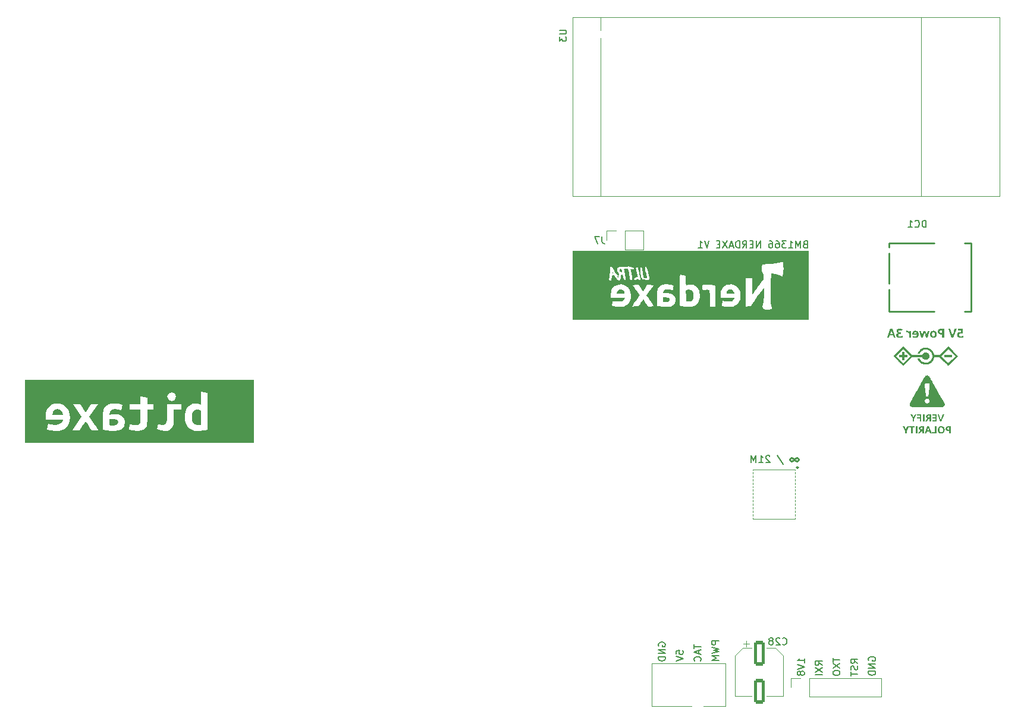
<source format=gbr>
%TF.GenerationSoftware,KiCad,Pcbnew,7.0.1*%
%TF.CreationDate,2023-10-06T09:11:46+02:00*%
%TF.ProjectId,NerdAxe_ultra,4e657264-4178-4655-9f75-6c7472612e6b,rev?*%
%TF.SameCoordinates,Original*%
%TF.FileFunction,Legend,Bot*%
%TF.FilePolarity,Positive*%
%FSLAX46Y46*%
G04 Gerber Fmt 4.6, Leading zero omitted, Abs format (unit mm)*
G04 Created by KiCad (PCBNEW 7.0.1) date 2023-10-06 09:11:46*
%MOMM*%
%LPD*%
G01*
G04 APERTURE LIST*
G04 Aperture macros list*
%AMRoundRect*
0 Rectangle with rounded corners*
0 $1 Rounding radius*
0 $2 $3 $4 $5 $6 $7 $8 $9 X,Y pos of 4 corners*
0 Add a 4 corners polygon primitive as box body*
4,1,4,$2,$3,$4,$5,$6,$7,$8,$9,$2,$3,0*
0 Add four circle primitives for the rounded corners*
1,1,$1+$1,$2,$3*
1,1,$1+$1,$4,$5*
1,1,$1+$1,$6,$7*
1,1,$1+$1,$8,$9*
0 Add four rect primitives between the rounded corners*
20,1,$1+$1,$2,$3,$4,$5,0*
20,1,$1+$1,$4,$5,$6,$7,0*
20,1,$1+$1,$6,$7,$8,$9,0*
20,1,$1+$1,$8,$9,$2,$3,0*%
G04 Aperture macros list end*
%ADD10C,0.150000*%
%ADD11C,0.250000*%
%ADD12C,0.120000*%
%ADD13C,0.050000*%
%ADD14C,0.227485*%
%ADD15C,3.500000*%
%ADD16C,2.200000*%
%ADD17C,0.400000*%
%ADD18C,1.295400*%
%ADD19C,1.574800*%
%ADD20R,1.700000X1.700000*%
%ADD21O,1.700000X1.700000*%
%ADD22C,1.700000*%
%ADD23C,2.500000*%
%ADD24O,3.800000X1.200000*%
%ADD25O,2.500000X1.200000*%
%ADD26C,2.000000*%
%ADD27R,0.792000X0.221000*%
%ADD28R,4.277000X1.810000*%
%ADD29R,4.277000X4.530000*%
%ADD30RoundRect,0.250000X-0.550000X1.500000X-0.550000X-1.500000X0.550000X-1.500000X0.550000X1.500000X0*%
G04 APERTURE END LIST*
D10*
X117510119Y-140152046D02*
X117033928Y-139818713D01*
X117510119Y-139580618D02*
X116510119Y-139580618D01*
X116510119Y-139580618D02*
X116510119Y-139961570D01*
X116510119Y-139961570D02*
X116557738Y-140056808D01*
X116557738Y-140056808D02*
X116605357Y-140104427D01*
X116605357Y-140104427D02*
X116700595Y-140152046D01*
X116700595Y-140152046D02*
X116843452Y-140152046D01*
X116843452Y-140152046D02*
X116938690Y-140104427D01*
X116938690Y-140104427D02*
X116986309Y-140056808D01*
X116986309Y-140056808D02*
X117033928Y-139961570D01*
X117033928Y-139961570D02*
X117033928Y-139580618D01*
X117462500Y-140532999D02*
X117510119Y-140675856D01*
X117510119Y-140675856D02*
X117510119Y-140913951D01*
X117510119Y-140913951D02*
X117462500Y-141009189D01*
X117462500Y-141009189D02*
X117414880Y-141056808D01*
X117414880Y-141056808D02*
X117319642Y-141104427D01*
X117319642Y-141104427D02*
X117224404Y-141104427D01*
X117224404Y-141104427D02*
X117129166Y-141056808D01*
X117129166Y-141056808D02*
X117081547Y-141009189D01*
X117081547Y-141009189D02*
X117033928Y-140913951D01*
X117033928Y-140913951D02*
X116986309Y-140723475D01*
X116986309Y-140723475D02*
X116938690Y-140628237D01*
X116938690Y-140628237D02*
X116891071Y-140580618D01*
X116891071Y-140580618D02*
X116795833Y-140532999D01*
X116795833Y-140532999D02*
X116700595Y-140532999D01*
X116700595Y-140532999D02*
X116605357Y-140580618D01*
X116605357Y-140580618D02*
X116557738Y-140628237D01*
X116557738Y-140628237D02*
X116510119Y-140723475D01*
X116510119Y-140723475D02*
X116510119Y-140961570D01*
X116510119Y-140961570D02*
X116557738Y-141104427D01*
X116510119Y-141390142D02*
X116510119Y-141961570D01*
X117510119Y-141675856D02*
X116510119Y-141675856D01*
X91671619Y-138827523D02*
X91671619Y-138351333D01*
X91671619Y-138351333D02*
X92147809Y-138303714D01*
X92147809Y-138303714D02*
X92100190Y-138351333D01*
X92100190Y-138351333D02*
X92052571Y-138446571D01*
X92052571Y-138446571D02*
X92052571Y-138684666D01*
X92052571Y-138684666D02*
X92100190Y-138779904D01*
X92100190Y-138779904D02*
X92147809Y-138827523D01*
X92147809Y-138827523D02*
X92243047Y-138875142D01*
X92243047Y-138875142D02*
X92481142Y-138875142D01*
X92481142Y-138875142D02*
X92576380Y-138827523D01*
X92576380Y-138827523D02*
X92624000Y-138779904D01*
X92624000Y-138779904D02*
X92671619Y-138684666D01*
X92671619Y-138684666D02*
X92671619Y-138446571D01*
X92671619Y-138446571D02*
X92624000Y-138351333D01*
X92624000Y-138351333D02*
X92576380Y-138303714D01*
X91671619Y-139160857D02*
X92671619Y-139494190D01*
X92671619Y-139494190D02*
X91671619Y-139827523D01*
X109912619Y-140056809D02*
X109912619Y-139485381D01*
X109912619Y-139771095D02*
X108912619Y-139771095D01*
X108912619Y-139771095D02*
X109055476Y-139675857D01*
X109055476Y-139675857D02*
X109150714Y-139580619D01*
X109150714Y-139580619D02*
X109198333Y-139485381D01*
X108912619Y-140342524D02*
X109912619Y-140675857D01*
X109912619Y-140675857D02*
X108912619Y-141009190D01*
X109341190Y-141485381D02*
X109293571Y-141390143D01*
X109293571Y-141390143D02*
X109245952Y-141342524D01*
X109245952Y-141342524D02*
X109150714Y-141294905D01*
X109150714Y-141294905D02*
X109103095Y-141294905D01*
X109103095Y-141294905D02*
X109007857Y-141342524D01*
X109007857Y-141342524D02*
X108960238Y-141390143D01*
X108960238Y-141390143D02*
X108912619Y-141485381D01*
X108912619Y-141485381D02*
X108912619Y-141675857D01*
X108912619Y-141675857D02*
X108960238Y-141771095D01*
X108960238Y-141771095D02*
X109007857Y-141818714D01*
X109007857Y-141818714D02*
X109103095Y-141866333D01*
X109103095Y-141866333D02*
X109150714Y-141866333D01*
X109150714Y-141866333D02*
X109245952Y-141818714D01*
X109245952Y-141818714D02*
X109293571Y-141771095D01*
X109293571Y-141771095D02*
X109341190Y-141675857D01*
X109341190Y-141675857D02*
X109341190Y-141485381D01*
X109341190Y-141485381D02*
X109388809Y-141390143D01*
X109388809Y-141390143D02*
X109436428Y-141342524D01*
X109436428Y-141342524D02*
X109531666Y-141294905D01*
X109531666Y-141294905D02*
X109722142Y-141294905D01*
X109722142Y-141294905D02*
X109817380Y-141342524D01*
X109817380Y-141342524D02*
X109865000Y-141390143D01*
X109865000Y-141390143D02*
X109912619Y-141485381D01*
X109912619Y-141485381D02*
X109912619Y-141675857D01*
X109912619Y-141675857D02*
X109865000Y-141771095D01*
X109865000Y-141771095D02*
X109817380Y-141818714D01*
X109817380Y-141818714D02*
X109722142Y-141866333D01*
X109722142Y-141866333D02*
X109531666Y-141866333D01*
X109531666Y-141866333D02*
X109436428Y-141818714D01*
X109436428Y-141818714D02*
X109388809Y-141771095D01*
X109388809Y-141771095D02*
X109341190Y-141675857D01*
X106026190Y-110525000D02*
X106883332Y-111810714D01*
X104978570Y-110667857D02*
X104930951Y-110620238D01*
X104930951Y-110620238D02*
X104835713Y-110572619D01*
X104835713Y-110572619D02*
X104597618Y-110572619D01*
X104597618Y-110572619D02*
X104502380Y-110620238D01*
X104502380Y-110620238D02*
X104454761Y-110667857D01*
X104454761Y-110667857D02*
X104407142Y-110763095D01*
X104407142Y-110763095D02*
X104407142Y-110858333D01*
X104407142Y-110858333D02*
X104454761Y-111001190D01*
X104454761Y-111001190D02*
X105026189Y-111572619D01*
X105026189Y-111572619D02*
X104407142Y-111572619D01*
X103454761Y-111572619D02*
X104026189Y-111572619D01*
X103740475Y-111572619D02*
X103740475Y-110572619D01*
X103740475Y-110572619D02*
X103835713Y-110715476D01*
X103835713Y-110715476D02*
X103930951Y-110810714D01*
X103930951Y-110810714D02*
X104026189Y-110858333D01*
X103026189Y-111572619D02*
X103026189Y-110572619D01*
X103026189Y-110572619D02*
X102692856Y-111286904D01*
X102692856Y-111286904D02*
X102359523Y-110572619D01*
X102359523Y-110572619D02*
X102359523Y-111572619D01*
G36*
X132064304Y-92970165D02*
G01*
X132041490Y-92970572D01*
X132019264Y-92971794D01*
X131997627Y-92973829D01*
X131976579Y-92976679D01*
X131956120Y-92980343D01*
X131936250Y-92984821D01*
X131916968Y-92990114D01*
X131898276Y-92996221D01*
X131880172Y-93003142D01*
X131862657Y-93010877D01*
X131845732Y-93019427D01*
X131829395Y-93028791D01*
X131813646Y-93038969D01*
X131798487Y-93049961D01*
X131783917Y-93061768D01*
X131769935Y-93074388D01*
X131756676Y-93087678D01*
X131744272Y-93101569D01*
X131732724Y-93116060D01*
X131722031Y-93131153D01*
X131712193Y-93146846D01*
X131703211Y-93163141D01*
X131695084Y-93180037D01*
X131687813Y-93197533D01*
X131681397Y-93215631D01*
X131675837Y-93234329D01*
X131671132Y-93253629D01*
X131667282Y-93273529D01*
X131664288Y-93294031D01*
X131662150Y-93315133D01*
X131660867Y-93336837D01*
X131660439Y-93359141D01*
X131660568Y-93372422D01*
X131660954Y-93385510D01*
X131661597Y-93398405D01*
X131662499Y-93411108D01*
X131663657Y-93423618D01*
X131666747Y-93448059D01*
X131670867Y-93471731D01*
X131676016Y-93494631D01*
X131682196Y-93516761D01*
X131689405Y-93538121D01*
X131697645Y-93558709D01*
X131706914Y-93578528D01*
X131717213Y-93597575D01*
X131728542Y-93615852D01*
X131740901Y-93633358D01*
X131754290Y-93650094D01*
X131768709Y-93666059D01*
X131784158Y-93681253D01*
X131792269Y-93688561D01*
X131809154Y-93702534D01*
X131826928Y-93715606D01*
X131845591Y-93727776D01*
X131865144Y-93739045D01*
X131885586Y-93749412D01*
X131906917Y-93758877D01*
X131929138Y-93767441D01*
X131952249Y-93775104D01*
X131976248Y-93781865D01*
X131988581Y-93784908D01*
X132001137Y-93787725D01*
X132013915Y-93790317D01*
X132026915Y-93792683D01*
X132040138Y-93794824D01*
X132053583Y-93796740D01*
X132067251Y-93798430D01*
X132081140Y-93799895D01*
X132095252Y-93801134D01*
X132109587Y-93802149D01*
X132124144Y-93802937D01*
X132138923Y-93803501D01*
X132153924Y-93803839D01*
X132169148Y-93803952D01*
X132182367Y-93803884D01*
X132195427Y-93803683D01*
X132208326Y-93803346D01*
X132221066Y-93802876D01*
X132233645Y-93802270D01*
X132246065Y-93801531D01*
X132270424Y-93799648D01*
X132294144Y-93797227D01*
X132317224Y-93794268D01*
X132339664Y-93790771D01*
X132361465Y-93786736D01*
X132382625Y-93782163D01*
X132403146Y-93777052D01*
X132423027Y-93771404D01*
X132442269Y-93765217D01*
X132460870Y-93758492D01*
X132478832Y-93751229D01*
X132496154Y-93743428D01*
X132512837Y-93735090D01*
X132512837Y-93501828D01*
X132499726Y-93508574D01*
X132486217Y-93515085D01*
X132472311Y-93521362D01*
X132458006Y-93527404D01*
X132443303Y-93533212D01*
X132428202Y-93538785D01*
X132412704Y-93544124D01*
X132396807Y-93549229D01*
X132380512Y-93554099D01*
X132363819Y-93558734D01*
X132352469Y-93561694D01*
X132335341Y-93565852D01*
X132318387Y-93569601D01*
X132301608Y-93572940D01*
X132285003Y-93575871D01*
X132268573Y-93578393D01*
X132252317Y-93580506D01*
X132236236Y-93582210D01*
X132220329Y-93583505D01*
X132204597Y-93584391D01*
X132189039Y-93584868D01*
X132178764Y-93584959D01*
X132163573Y-93584760D01*
X132148864Y-93584165D01*
X132134638Y-93583173D01*
X132120894Y-93581784D01*
X132107632Y-93579998D01*
X132094853Y-93577816D01*
X132082556Y-93575236D01*
X132059408Y-93568887D01*
X132038189Y-93560951D01*
X132018899Y-93551427D01*
X132001538Y-93540316D01*
X131986106Y-93527618D01*
X131972603Y-93513332D01*
X131961030Y-93497459D01*
X131951385Y-93479999D01*
X131943669Y-93460951D01*
X131937882Y-93440317D01*
X131934024Y-93418094D01*
X131932095Y-93394285D01*
X131931854Y-93381785D01*
X131932852Y-93358347D01*
X131935847Y-93336420D01*
X131940839Y-93316006D01*
X131947828Y-93297104D01*
X131956814Y-93279714D01*
X131967797Y-93263836D01*
X131980776Y-93249470D01*
X131995752Y-93236617D01*
X132012726Y-93225276D01*
X132031696Y-93215447D01*
X132052662Y-93207130D01*
X132075626Y-93200325D01*
X132087857Y-93197490D01*
X132100586Y-93195032D01*
X132113816Y-93192953D01*
X132127544Y-93191252D01*
X132141771Y-93189929D01*
X132156498Y-93188984D01*
X132171724Y-93188417D01*
X132187449Y-93188228D01*
X132202127Y-93188455D01*
X132217274Y-93189136D01*
X132229730Y-93190009D01*
X132242487Y-93191172D01*
X132255544Y-93192626D01*
X132268901Y-93194371D01*
X132282559Y-93196406D01*
X132289501Y-93197533D01*
X132303130Y-93199806D01*
X132316100Y-93202128D01*
X132328410Y-93204498D01*
X132342871Y-93207529D01*
X132356303Y-93210635D01*
X132368704Y-93213817D01*
X132380076Y-93217075D01*
X132487401Y-93159380D01*
X132439322Y-92513568D01*
X131747602Y-92513568D01*
X131747602Y-92742177D01*
X132202958Y-92742177D01*
X132226533Y-92988466D01*
X132196134Y-92982262D01*
X132182403Y-92979427D01*
X132167888Y-92976970D01*
X132152587Y-92974891D01*
X132136500Y-92973189D01*
X132123921Y-92972162D01*
X132110899Y-92971346D01*
X132097436Y-92970744D01*
X132083531Y-92970354D01*
X132069184Y-92970177D01*
X132064304Y-92970165D01*
G37*
G36*
X130696994Y-92513568D02*
G01*
X130424028Y-92513568D01*
X130857361Y-93784100D01*
X131152350Y-93784100D01*
X131585063Y-92513568D01*
X131312097Y-92513568D01*
X131072011Y-93269187D01*
X131068275Y-93281887D01*
X131064512Y-93294981D01*
X131060722Y-93308467D01*
X131056904Y-93322345D01*
X131053059Y-93336616D01*
X131049187Y-93351280D01*
X131045288Y-93366336D01*
X131041361Y-93381785D01*
X131037407Y-93397627D01*
X131033426Y-93413861D01*
X131030756Y-93424901D01*
X131026885Y-93441116D01*
X131023297Y-93456377D01*
X131019993Y-93470683D01*
X131016972Y-93484036D01*
X131014235Y-93496434D01*
X131011027Y-93511481D01*
X131008322Y-93524831D01*
X131005650Y-93539133D01*
X131004080Y-93548666D01*
X131001871Y-93532612D01*
X130998849Y-93514457D01*
X130996384Y-93501188D01*
X130993557Y-93486986D01*
X130990369Y-93471851D01*
X130986820Y-93455783D01*
X130982910Y-93438782D01*
X130978639Y-93420848D01*
X130974006Y-93401981D01*
X130969013Y-93382181D01*
X130963659Y-93361448D01*
X130957943Y-93339782D01*
X130951867Y-93317184D01*
X130945429Y-93293652D01*
X130942075Y-93281536D01*
X130938630Y-93269187D01*
X130696994Y-92513568D01*
G37*
G36*
X129807683Y-93784100D02*
G01*
X129537509Y-93784100D01*
X129537509Y-93327502D01*
X129421499Y-93327502D01*
X129406774Y-93327397D01*
X129392261Y-93327080D01*
X129377960Y-93326553D01*
X129363872Y-93325816D01*
X129349995Y-93324867D01*
X129336330Y-93323707D01*
X129322878Y-93322337D01*
X129309637Y-93320756D01*
X129296609Y-93318963D01*
X129283792Y-93316961D01*
X129271188Y-93314747D01*
X129258795Y-93312322D01*
X129234647Y-93306841D01*
X129211346Y-93300516D01*
X129188894Y-93293347D01*
X129167290Y-93285336D01*
X129146534Y-93276481D01*
X129126626Y-93266783D01*
X129107566Y-93256241D01*
X129089355Y-93244856D01*
X129071992Y-93232628D01*
X129055476Y-93219557D01*
X129039888Y-93205688D01*
X129025306Y-93191068D01*
X129011729Y-93175696D01*
X128999158Y-93159574D01*
X128987592Y-93142700D01*
X128977033Y-93125075D01*
X128967479Y-93106699D01*
X128958930Y-93087571D01*
X128951388Y-93067693D01*
X128944851Y-93047063D01*
X128939319Y-93025682D01*
X128934794Y-93003549D01*
X128931274Y-92980665D01*
X128928760Y-92957031D01*
X128927251Y-92932644D01*
X128926874Y-92920170D01*
X128926844Y-92917123D01*
X129199714Y-92917123D01*
X129199956Y-92928505D01*
X129201229Y-92944934D01*
X129203591Y-92960588D01*
X129207045Y-92975468D01*
X129211588Y-92989574D01*
X129217223Y-93002905D01*
X129223948Y-93015462D01*
X129231763Y-93027245D01*
X129240669Y-93038254D01*
X129250665Y-93048488D01*
X129261752Y-93057948D01*
X129273935Y-93066541D01*
X129287219Y-93074288D01*
X129301604Y-93081190D01*
X129317091Y-93087247D01*
X129333680Y-93092458D01*
X129351370Y-93096825D01*
X129363775Y-93099266D01*
X129376669Y-93101332D01*
X129390053Y-93103023D01*
X129403927Y-93104337D01*
X129418290Y-93105276D01*
X129433143Y-93105840D01*
X129448485Y-93106028D01*
X129537509Y-93106028D01*
X129537509Y-92735042D01*
X129414364Y-92735042D01*
X129407501Y-92735086D01*
X129394119Y-92735435D01*
X129381198Y-92736133D01*
X129362679Y-92737834D01*
X129345197Y-92740320D01*
X129328750Y-92743592D01*
X129313339Y-92747649D01*
X129298965Y-92752490D01*
X129285626Y-92758117D01*
X129273323Y-92764530D01*
X129262057Y-92771727D01*
X129251826Y-92779709D01*
X129245515Y-92785444D01*
X129236813Y-92794760D01*
X129229027Y-92804932D01*
X129222157Y-92815959D01*
X129216203Y-92827843D01*
X129211164Y-92840583D01*
X129207042Y-92854179D01*
X129203836Y-92868631D01*
X129201546Y-92883939D01*
X129200172Y-92900103D01*
X129199714Y-92917123D01*
X128926844Y-92917123D01*
X128926748Y-92907507D01*
X128927221Y-92883381D01*
X128928638Y-92860014D01*
X128931001Y-92837406D01*
X128934309Y-92815556D01*
X128938562Y-92794464D01*
X128943760Y-92774131D01*
X128949903Y-92754556D01*
X128956992Y-92735740D01*
X128965025Y-92717683D01*
X128974004Y-92700384D01*
X128983927Y-92683843D01*
X128994796Y-92668061D01*
X129006610Y-92653037D01*
X129019369Y-92638772D01*
X129033073Y-92625266D01*
X129047722Y-92612518D01*
X129063240Y-92600536D01*
X129079628Y-92589326D01*
X129096885Y-92578890D01*
X129115013Y-92569227D01*
X129134011Y-92560337D01*
X129153879Y-92552220D01*
X129174617Y-92544876D01*
X129196224Y-92538305D01*
X129218702Y-92532507D01*
X129242050Y-92527483D01*
X129266268Y-92523231D01*
X129278703Y-92521395D01*
X129291355Y-92519752D01*
X129304225Y-92518303D01*
X129317313Y-92517046D01*
X129330618Y-92515984D01*
X129344141Y-92515114D01*
X129357881Y-92514437D01*
X129371838Y-92513954D01*
X129386013Y-92513664D01*
X129400406Y-92513568D01*
X129807683Y-92513568D01*
X129807683Y-93784100D01*
G37*
G36*
X128311100Y-92791626D02*
G01*
X128324935Y-92792015D01*
X128338573Y-92792663D01*
X128352013Y-92793571D01*
X128365254Y-92794738D01*
X128378298Y-92796164D01*
X128391143Y-92797849D01*
X128403790Y-92799794D01*
X128416239Y-92801998D01*
X128428490Y-92804461D01*
X128452397Y-92810166D01*
X128475513Y-92816908D01*
X128497835Y-92824687D01*
X128519365Y-92833503D01*
X128540103Y-92843356D01*
X128560049Y-92854247D01*
X128579202Y-92866174D01*
X128597562Y-92879139D01*
X128615130Y-92893141D01*
X128631906Y-92908181D01*
X128647889Y-92924257D01*
X128655561Y-92932659D01*
X128670173Y-92950088D01*
X128683812Y-92968350D01*
X128696476Y-92987446D01*
X128708167Y-93007376D01*
X128718883Y-93028139D01*
X128728625Y-93049736D01*
X128737392Y-93072166D01*
X128745186Y-93095430D01*
X128748717Y-93107375D01*
X128752005Y-93119528D01*
X128755049Y-93131890D01*
X128757850Y-93144459D01*
X128760407Y-93157238D01*
X128762721Y-93170225D01*
X128764791Y-93183420D01*
X128766618Y-93196823D01*
X128768201Y-93210435D01*
X128769540Y-93224255D01*
X128770636Y-93238284D01*
X128771489Y-93252521D01*
X128772098Y-93266967D01*
X128772463Y-93281621D01*
X128772585Y-93296483D01*
X128772360Y-93315527D01*
X128771688Y-93334273D01*
X128770567Y-93352721D01*
X128768998Y-93370870D01*
X128766981Y-93388722D01*
X128764515Y-93406275D01*
X128761601Y-93423531D01*
X128758238Y-93440488D01*
X128754428Y-93457148D01*
X128750169Y-93473509D01*
X128745461Y-93489572D01*
X128740306Y-93505337D01*
X128734702Y-93520804D01*
X128728649Y-93535973D01*
X128722149Y-93550844D01*
X128715200Y-93565417D01*
X128707794Y-93579631D01*
X128700001Y-93593426D01*
X128691819Y-93606801D01*
X128683250Y-93619758D01*
X128674294Y-93632295D01*
X128664949Y-93644413D01*
X128655217Y-93656112D01*
X128645097Y-93667391D01*
X128634590Y-93678251D01*
X128623694Y-93688692D01*
X128612411Y-93698714D01*
X128600740Y-93708317D01*
X128588682Y-93717500D01*
X128576235Y-93726264D01*
X128563401Y-93734609D01*
X128550180Y-93742534D01*
X128536634Y-93749972D01*
X128522830Y-93756929D01*
X128508766Y-93763407D01*
X128494443Y-93769404D01*
X128479860Y-93774922D01*
X128465018Y-93779960D01*
X128449917Y-93784519D01*
X128434557Y-93788597D01*
X128418937Y-93792196D01*
X128403058Y-93795315D01*
X128386920Y-93797954D01*
X128370522Y-93800113D01*
X128353865Y-93801792D01*
X128336949Y-93802992D01*
X128319774Y-93803712D01*
X128302339Y-93803952D01*
X128288419Y-93803820D01*
X128274691Y-93803427D01*
X128261156Y-93802771D01*
X128247814Y-93801853D01*
X128234664Y-93800672D01*
X128221707Y-93799230D01*
X128208943Y-93797525D01*
X128196371Y-93795557D01*
X128183992Y-93793327D01*
X128171805Y-93790835D01*
X128148011Y-93785064D01*
X128124986Y-93778243D01*
X128102733Y-93770374D01*
X128081250Y-93761455D01*
X128060537Y-93751486D01*
X128040596Y-93740468D01*
X128021425Y-93728401D01*
X128003024Y-93715285D01*
X127985394Y-93701119D01*
X127968535Y-93685904D01*
X127952446Y-93669640D01*
X127944718Y-93661125D01*
X127929996Y-93643485D01*
X127916255Y-93625034D01*
X127903496Y-93605771D01*
X127891719Y-93585696D01*
X127880923Y-93564809D01*
X127871108Y-93543110D01*
X127862275Y-93520600D01*
X127854424Y-93497277D01*
X127850866Y-93485312D01*
X127847553Y-93473143D01*
X127844486Y-93460772D01*
X127841665Y-93448197D01*
X127839088Y-93435420D01*
X127836757Y-93422439D01*
X127834672Y-93409256D01*
X127832832Y-93395870D01*
X127831237Y-93382281D01*
X127829887Y-93368489D01*
X127828783Y-93354493D01*
X127827924Y-93340295D01*
X127827311Y-93325894D01*
X127826943Y-93311290D01*
X127826820Y-93296483D01*
X128099166Y-93296483D01*
X128099211Y-93305544D01*
X128099577Y-93323242D01*
X128100309Y-93340375D01*
X128101407Y-93356943D01*
X128102871Y-93372947D01*
X128104700Y-93388386D01*
X128106896Y-93403261D01*
X128109457Y-93417570D01*
X128112385Y-93431316D01*
X128115678Y-93444496D01*
X128119337Y-93457112D01*
X128123362Y-93469163D01*
X128130086Y-93486182D01*
X128137633Y-93501930D01*
X128146004Y-93516407D01*
X128148971Y-93520949D01*
X128158572Y-93533710D01*
X128169225Y-93545173D01*
X128180931Y-93555338D01*
X128193689Y-93564206D01*
X128207499Y-93571776D01*
X128222362Y-93578048D01*
X128238277Y-93583022D01*
X128255244Y-93586699D01*
X128273264Y-93589078D01*
X128285861Y-93589943D01*
X128298927Y-93590232D01*
X128305577Y-93590159D01*
X128318527Y-93589580D01*
X128331012Y-93588422D01*
X128348867Y-93585598D01*
X128365676Y-93581472D01*
X128381437Y-93576042D01*
X128396152Y-93569309D01*
X128409819Y-93561273D01*
X128422440Y-93551933D01*
X128434014Y-93541291D01*
X128444541Y-93529345D01*
X128454021Y-93516097D01*
X128459768Y-93506515D01*
X128467693Y-93491106D01*
X128474784Y-93474454D01*
X128479048Y-93462662D01*
X128482941Y-93450317D01*
X128486464Y-93437420D01*
X128489615Y-93423971D01*
X128492396Y-93409969D01*
X128494806Y-93395414D01*
X128496845Y-93380307D01*
X128498514Y-93364647D01*
X128499811Y-93348435D01*
X128500738Y-93331670D01*
X128501295Y-93314353D01*
X128501480Y-93296483D01*
X128501434Y-93287425D01*
X128501066Y-93269741D01*
X128500329Y-93252637D01*
X128499224Y-93236113D01*
X128497750Y-93220167D01*
X128495909Y-93204801D01*
X128493699Y-93190013D01*
X128491120Y-93175805D01*
X128488173Y-93162176D01*
X128484858Y-93149127D01*
X128481175Y-93136656D01*
X128477123Y-93124765D01*
X128470354Y-93108014D01*
X128462757Y-93092566D01*
X128454331Y-93078421D01*
X128451327Y-93073974D01*
X128441618Y-93061482D01*
X128430869Y-93050259D01*
X128419078Y-93040308D01*
X128406245Y-93031626D01*
X128392371Y-93024215D01*
X128377456Y-93018075D01*
X128361499Y-93013205D01*
X128344501Y-93009605D01*
X128326461Y-93007276D01*
X128313856Y-93006429D01*
X128300788Y-93006147D01*
X128294139Y-93006218D01*
X128281193Y-93006785D01*
X128268718Y-93007919D01*
X128250886Y-93010683D01*
X128234113Y-93014724D01*
X128218397Y-93020040D01*
X128203738Y-93026632D01*
X128190138Y-93034500D01*
X128177595Y-93043644D01*
X128166111Y-93054064D01*
X128155683Y-93065759D01*
X128146314Y-93078731D01*
X128143413Y-93083338D01*
X128135264Y-93098011D01*
X128127943Y-93113960D01*
X128121451Y-93131184D01*
X128117583Y-93143376D01*
X128114084Y-93156135D01*
X128110953Y-93169461D01*
X128108190Y-93183354D01*
X128105796Y-93197814D01*
X128103770Y-93212841D01*
X128102112Y-93228436D01*
X128100823Y-93244597D01*
X128099902Y-93261325D01*
X128099350Y-93278621D01*
X128099166Y-93296483D01*
X127826820Y-93296483D01*
X127827046Y-93277406D01*
X127827722Y-93258635D01*
X127828848Y-93240173D01*
X127830426Y-93222019D01*
X127832454Y-93204172D01*
X127834934Y-93186633D01*
X127837863Y-93169402D01*
X127841244Y-93152478D01*
X127845075Y-93135863D01*
X127849357Y-93119555D01*
X127854090Y-93103555D01*
X127859274Y-93087862D01*
X127864908Y-93072478D01*
X127870993Y-93057401D01*
X127877529Y-93042632D01*
X127884515Y-93028170D01*
X127891883Y-93014071D01*
X127899642Y-93000389D01*
X127907790Y-92987124D01*
X127916329Y-92974275D01*
X127925258Y-92961843D01*
X127934577Y-92949828D01*
X127944286Y-92938230D01*
X127954385Y-92927049D01*
X127964875Y-92916284D01*
X127975754Y-92905937D01*
X127987024Y-92896006D01*
X127998684Y-92886492D01*
X128010734Y-92877395D01*
X128023174Y-92868714D01*
X128036005Y-92860450D01*
X128049225Y-92852604D01*
X128062771Y-92845204D01*
X128076575Y-92838282D01*
X128090639Y-92831837D01*
X128104962Y-92825869D01*
X128119545Y-92820379D01*
X128134387Y-92815367D01*
X128149488Y-92810831D01*
X128164848Y-92806773D01*
X128180468Y-92803193D01*
X128196347Y-92800090D01*
X128212485Y-92797464D01*
X128228883Y-92795316D01*
X128245539Y-92793645D01*
X128262456Y-92792451D01*
X128279631Y-92791735D01*
X128297066Y-92791497D01*
X128311100Y-92791626D01*
G37*
G36*
X126829564Y-93784100D02*
G01*
X126904630Y-93443823D01*
X127005751Y-93014212D01*
X127011955Y-93014212D01*
X127190003Y-93784100D01*
X127475997Y-93784100D01*
X127753616Y-92811349D01*
X127488405Y-92811349D01*
X127375806Y-93242200D01*
X127372429Y-93257006D01*
X127369045Y-93272497D01*
X127365654Y-93288674D01*
X127362255Y-93305537D01*
X127358849Y-93323086D01*
X127355436Y-93341320D01*
X127352015Y-93360240D01*
X127348587Y-93379846D01*
X127345152Y-93400138D01*
X127341710Y-93421116D01*
X127338260Y-93442780D01*
X127334803Y-93465129D01*
X127331339Y-93488164D01*
X127327868Y-93511885D01*
X127324389Y-93536292D01*
X127322647Y-93548752D01*
X127320903Y-93561384D01*
X127315630Y-93561384D01*
X127314783Y-93548315D01*
X127313521Y-93533882D01*
X127311846Y-93518086D01*
X127309755Y-93500927D01*
X127307251Y-93482404D01*
X127305351Y-93469299D01*
X127303267Y-93455588D01*
X127300999Y-93441270D01*
X127298546Y-93426347D01*
X127295910Y-93410819D01*
X127293089Y-93394684D01*
X127290084Y-93377944D01*
X127286895Y-93360597D01*
X127285231Y-93351697D01*
X127271273Y-93277872D01*
X127150609Y-92811349D01*
X126857481Y-92811349D01*
X126743332Y-93277872D01*
X126740806Y-93291515D01*
X126738218Y-93305047D01*
X126735539Y-93318796D01*
X126732937Y-93331999D01*
X126732475Y-93334326D01*
X126729706Y-93348470D01*
X126726979Y-93362985D01*
X126724741Y-93375364D01*
X126722532Y-93388000D01*
X126720354Y-93400894D01*
X126718207Y-93414045D01*
X126716015Y-93427182D01*
X126713899Y-93440229D01*
X126711859Y-93453185D01*
X126709895Y-93466050D01*
X126708006Y-93478824D01*
X126706193Y-93491507D01*
X126705489Y-93496555D01*
X126703559Y-93511120D01*
X126701956Y-93524574D01*
X126700499Y-93538863D01*
X126699488Y-93551639D01*
X126698975Y-93561384D01*
X126693702Y-93561384D01*
X126691569Y-93544993D01*
X126689715Y-93531745D01*
X126687644Y-93517679D01*
X126685353Y-93502796D01*
X126682845Y-93487094D01*
X126680119Y-93470575D01*
X126677175Y-93453238D01*
X126674012Y-93435082D01*
X126671783Y-93422525D01*
X126669456Y-93409603D01*
X126667033Y-93396319D01*
X126665785Y-93389540D01*
X126663309Y-93376169D01*
X126660924Y-93363353D01*
X126658628Y-93351092D01*
X126655351Y-93333741D01*
X126652277Y-93317639D01*
X126649405Y-93302786D01*
X126646734Y-93289181D01*
X126644265Y-93276824D01*
X126641286Y-93262291D01*
X126638667Y-93249978D01*
X126636937Y-93242200D01*
X126519996Y-92811349D01*
X126259128Y-92811349D01*
X126540159Y-93784100D01*
X126829564Y-93784100D01*
G37*
G36*
X125738734Y-92791628D02*
G01*
X125751990Y-92792021D01*
X125765063Y-92792677D01*
X125777953Y-92793595D01*
X125790659Y-92794776D01*
X125803181Y-92796218D01*
X125827675Y-92799891D01*
X125851435Y-92804613D01*
X125874460Y-92810384D01*
X125896751Y-92817205D01*
X125918308Y-92825074D01*
X125939131Y-92833994D01*
X125959219Y-92843962D01*
X125978573Y-92854980D01*
X125997193Y-92867047D01*
X126015079Y-92880163D01*
X126032230Y-92894329D01*
X126048647Y-92909544D01*
X126064330Y-92925808D01*
X126079167Y-92942993D01*
X126093046Y-92961048D01*
X126105969Y-92979974D01*
X126117934Y-92999769D01*
X126128942Y-93020434D01*
X126138993Y-93041969D01*
X126148087Y-93064374D01*
X126156223Y-93087649D01*
X126159932Y-93099613D01*
X126163402Y-93111794D01*
X126166633Y-93124193D01*
X126169624Y-93136809D01*
X126172376Y-93149643D01*
X126174889Y-93162694D01*
X126177162Y-93175963D01*
X126179196Y-93189449D01*
X126180991Y-93203153D01*
X126182547Y-93217074D01*
X126183863Y-93231213D01*
X126184940Y-93245569D01*
X126185777Y-93260142D01*
X126186375Y-93274934D01*
X126186734Y-93289942D01*
X126186854Y-93305169D01*
X126186725Y-93319971D01*
X126186337Y-93334563D01*
X126185690Y-93348942D01*
X126184784Y-93363111D01*
X126183620Y-93377068D01*
X126182198Y-93390813D01*
X126180516Y-93404347D01*
X126178576Y-93417670D01*
X126176377Y-93430781D01*
X126173919Y-93443681D01*
X126171203Y-93456369D01*
X126168228Y-93468846D01*
X126164995Y-93481112D01*
X126161502Y-93493166D01*
X126153741Y-93516640D01*
X126144946Y-93539268D01*
X126135116Y-93561050D01*
X126124250Y-93581986D01*
X126112351Y-93602077D01*
X126099416Y-93621322D01*
X126085447Y-93639721D01*
X126070442Y-93657275D01*
X126054404Y-93673983D01*
X126037407Y-93689721D01*
X126019609Y-93704444D01*
X126001009Y-93718152D01*
X125981606Y-93730844D01*
X125961402Y-93742521D01*
X125940395Y-93753182D01*
X125918586Y-93762829D01*
X125895975Y-93771459D01*
X125872562Y-93779075D01*
X125860554Y-93782502D01*
X125848346Y-93785675D01*
X125835938Y-93788594D01*
X125823329Y-93791259D01*
X125810519Y-93793671D01*
X125797509Y-93795828D01*
X125784299Y-93797732D01*
X125770888Y-93799382D01*
X125757276Y-93800778D01*
X125743464Y-93801921D01*
X125729451Y-93802809D01*
X125715238Y-93803444D01*
X125700824Y-93803825D01*
X125686210Y-93803952D01*
X125672077Y-93803885D01*
X125658215Y-93803685D01*
X125644625Y-93803352D01*
X125631307Y-93802885D01*
X125618259Y-93802286D01*
X125605483Y-93801552D01*
X125592979Y-93800686D01*
X125574731Y-93799137D01*
X125557094Y-93797287D01*
X125540068Y-93795138D01*
X125523652Y-93792689D01*
X125507847Y-93789940D01*
X125492652Y-93786891D01*
X125482764Y-93784690D01*
X125468072Y-93781128D01*
X125453549Y-93777256D01*
X125439195Y-93773073D01*
X125425011Y-93768579D01*
X125410995Y-93763775D01*
X125397148Y-93758659D01*
X125383471Y-93753233D01*
X125369962Y-93747496D01*
X125356622Y-93741448D01*
X125343452Y-93735090D01*
X125343452Y-93529435D01*
X125354125Y-93534352D01*
X125370031Y-93541409D01*
X125385812Y-93548085D01*
X125401467Y-93554379D01*
X125416997Y-93560291D01*
X125432401Y-93565822D01*
X125447680Y-93570971D01*
X125462833Y-93575738D01*
X125477861Y-93580124D01*
X125492764Y-93584128D01*
X125507541Y-93587750D01*
X125517389Y-93589966D01*
X125532300Y-93593023D01*
X125547381Y-93595757D01*
X125562631Y-93598170D01*
X125578050Y-93600261D01*
X125593638Y-93602030D01*
X125609395Y-93603478D01*
X125625321Y-93604604D01*
X125641416Y-93605408D01*
X125657680Y-93605890D01*
X125674113Y-93606051D01*
X125681140Y-93605989D01*
X125694899Y-93605492D01*
X125708267Y-93604499D01*
X125721241Y-93603009D01*
X125733823Y-93601021D01*
X125746013Y-93598537D01*
X125763561Y-93593880D01*
X125780225Y-93588105D01*
X125796007Y-93581212D01*
X125810905Y-93573201D01*
X125824920Y-93564073D01*
X125838051Y-93553827D01*
X125850300Y-93542463D01*
X125854159Y-93538440D01*
X125865053Y-93525790D01*
X125874922Y-93512268D01*
X125883766Y-93497873D01*
X125891585Y-93482606D01*
X125898379Y-93466467D01*
X125904148Y-93449455D01*
X125908891Y-93431570D01*
X125911484Y-93419163D01*
X125913622Y-93406368D01*
X125915303Y-93393185D01*
X125916530Y-93379614D01*
X125917300Y-93365655D01*
X125288238Y-93365655D01*
X125288238Y-93235997D01*
X125288351Y-93223076D01*
X125288689Y-93210331D01*
X125289252Y-93197762D01*
X125289839Y-93188538D01*
X125537940Y-93188538D01*
X125911096Y-93188538D01*
X125910082Y-93176270D01*
X125907957Y-93158535D01*
X125905106Y-93141602D01*
X125901530Y-93125471D01*
X125897229Y-93110141D01*
X125892203Y-93095613D01*
X125886451Y-93081886D01*
X125879974Y-93068961D01*
X125872772Y-93056837D01*
X125864845Y-93045515D01*
X125856193Y-93034994D01*
X125850041Y-93028421D01*
X125840282Y-93019356D01*
X125829885Y-93011246D01*
X125818850Y-93004089D01*
X125807177Y-92997887D01*
X125794866Y-92992639D01*
X125781918Y-92988345D01*
X125768331Y-92985005D01*
X125754106Y-92982620D01*
X125739243Y-92981189D01*
X125723743Y-92980712D01*
X125713294Y-92980924D01*
X125698135Y-92982037D01*
X125683593Y-92984104D01*
X125669666Y-92987126D01*
X125656355Y-92991102D01*
X125643661Y-92996032D01*
X125631583Y-93001916D01*
X125620121Y-93008754D01*
X125609275Y-93016547D01*
X125599045Y-93025294D01*
X125589431Y-93034994D01*
X125583414Y-93041919D01*
X125575088Y-93052974D01*
X125567602Y-93064831D01*
X125560955Y-93077489D01*
X125555148Y-93090948D01*
X125550181Y-93105209D01*
X125546053Y-93120272D01*
X125542765Y-93136136D01*
X125540317Y-93152802D01*
X125538709Y-93170269D01*
X125537940Y-93188538D01*
X125289839Y-93188538D01*
X125290041Y-93185368D01*
X125292295Y-93161108D01*
X125295450Y-93137551D01*
X125299507Y-93114696D01*
X125304465Y-93092544D01*
X125310325Y-93071095D01*
X125317086Y-93050349D01*
X125324748Y-93030305D01*
X125333312Y-93010965D01*
X125342778Y-92992327D01*
X125353145Y-92974391D01*
X125364414Y-92957159D01*
X125376584Y-92940629D01*
X125389655Y-92924802D01*
X125403628Y-92909678D01*
X125410910Y-92902407D01*
X125426010Y-92888558D01*
X125441825Y-92875632D01*
X125458354Y-92863629D01*
X125475599Y-92852549D01*
X125493558Y-92842393D01*
X125512233Y-92833160D01*
X125531622Y-92824851D01*
X125551726Y-92817464D01*
X125572545Y-92811001D01*
X125594079Y-92805461D01*
X125616328Y-92800845D01*
X125639291Y-92797152D01*
X125662970Y-92794382D01*
X125687363Y-92792535D01*
X125699828Y-92791958D01*
X125712471Y-92791612D01*
X125725294Y-92791497D01*
X125738734Y-92791628D01*
G37*
G36*
X124533550Y-92791497D02*
G01*
X124520270Y-92791618D01*
X124507571Y-92791981D01*
X124492516Y-92792776D01*
X124478370Y-92793950D01*
X124465133Y-92795503D01*
X124452804Y-92797434D01*
X124443595Y-92799251D01*
X124463757Y-93048643D01*
X124476345Y-93045691D01*
X124489915Y-93043350D01*
X124504466Y-93041620D01*
X124517341Y-93040645D01*
X124530899Y-93040093D01*
X124542235Y-93039957D01*
X124557950Y-93040213D01*
X124573225Y-93040980D01*
X124588058Y-93042258D01*
X124602450Y-93044048D01*
X124616402Y-93046349D01*
X124629912Y-93049161D01*
X124642981Y-93052485D01*
X124655609Y-93056320D01*
X124667796Y-93060666D01*
X124679542Y-93065524D01*
X124690847Y-93070893D01*
X124706977Y-93079905D01*
X124722115Y-93090067D01*
X124736261Y-93101381D01*
X124740756Y-93105407D01*
X124753450Y-93118084D01*
X124764896Y-93131688D01*
X124775093Y-93146219D01*
X124784041Y-93161677D01*
X124791741Y-93178062D01*
X124798193Y-93195374D01*
X124801800Y-93207430D01*
X124804852Y-93219898D01*
X124807349Y-93232778D01*
X124809291Y-93246070D01*
X124810679Y-93259774D01*
X124811511Y-93273890D01*
X124811789Y-93288418D01*
X124811789Y-93784100D01*
X125077930Y-93784100D01*
X125077930Y-92811349D01*
X124876618Y-92811349D01*
X124837224Y-92973577D01*
X124824196Y-92973577D01*
X124815369Y-92958504D01*
X124805985Y-92943992D01*
X124796045Y-92930041D01*
X124785549Y-92916653D01*
X124774496Y-92903826D01*
X124762888Y-92891560D01*
X124750723Y-92879856D01*
X124738003Y-92868714D01*
X124724726Y-92858133D01*
X124710893Y-92848114D01*
X124701362Y-92841747D01*
X124686763Y-92832767D01*
X124671929Y-92824670D01*
X124656861Y-92817456D01*
X124641558Y-92811126D01*
X124626021Y-92805679D01*
X124610250Y-92801115D01*
X124594244Y-92797434D01*
X124578004Y-92794637D01*
X124561529Y-92792723D01*
X124544820Y-92791693D01*
X124533550Y-92791497D01*
G37*
G36*
X123035960Y-92798011D02*
G01*
X123036244Y-92812838D01*
X123037094Y-92827386D01*
X123038512Y-92841656D01*
X123040497Y-92855647D01*
X123043048Y-92869360D01*
X123046167Y-92882794D01*
X123049853Y-92895949D01*
X123054106Y-92908825D01*
X123058926Y-92921423D01*
X123064313Y-92933742D01*
X123070267Y-92945783D01*
X123076789Y-92957544D01*
X123083877Y-92969027D01*
X123091532Y-92980232D01*
X123099755Y-92991157D01*
X123108544Y-93001804D01*
X123117807Y-93012068D01*
X123127529Y-93021923D01*
X123137708Y-93031368D01*
X123148345Y-93040403D01*
X123159441Y-93049029D01*
X123170994Y-93057246D01*
X123183005Y-93065052D01*
X123195474Y-93072450D01*
X123208402Y-93079437D01*
X123221787Y-93086016D01*
X123235631Y-93092184D01*
X123249932Y-93097943D01*
X123264691Y-93103293D01*
X123279909Y-93108233D01*
X123295584Y-93112763D01*
X123311718Y-93116884D01*
X123311718Y-93122157D01*
X123292702Y-93124777D01*
X123274272Y-93127828D01*
X123256429Y-93131310D01*
X123239172Y-93135224D01*
X123222502Y-93139569D01*
X123206418Y-93144346D01*
X123190921Y-93149553D01*
X123176010Y-93155192D01*
X123161686Y-93161263D01*
X123147948Y-93167765D01*
X123134796Y-93174698D01*
X123122231Y-93182063D01*
X123110253Y-93189858D01*
X123098860Y-93198086D01*
X123088055Y-93206744D01*
X123077836Y-93215834D01*
X123068220Y-93225305D01*
X123059224Y-93235182D01*
X123050849Y-93245467D01*
X123043094Y-93256159D01*
X123035960Y-93267258D01*
X123029446Y-93278764D01*
X123023553Y-93290677D01*
X123018279Y-93302997D01*
X123013627Y-93315725D01*
X123009594Y-93328859D01*
X123006182Y-93342401D01*
X123003390Y-93356350D01*
X123001219Y-93370706D01*
X122999668Y-93385469D01*
X122998737Y-93400639D01*
X122998427Y-93416216D01*
X122998950Y-93438815D01*
X123000516Y-93460781D01*
X123003127Y-93482115D01*
X123006783Y-93502817D01*
X123011483Y-93522886D01*
X123017228Y-93542322D01*
X123024017Y-93561126D01*
X123031850Y-93579298D01*
X123040728Y-93596837D01*
X123050650Y-93613743D01*
X123061617Y-93630017D01*
X123073629Y-93645659D01*
X123086684Y-93660668D01*
X123100785Y-93675044D01*
X123115929Y-93688788D01*
X123132118Y-93701900D01*
X123149238Y-93714257D01*
X123167252Y-93725818D01*
X123186160Y-93736581D01*
X123205963Y-93746547D01*
X123226659Y-93755716D01*
X123248250Y-93764088D01*
X123270735Y-93771662D01*
X123294114Y-93778439D01*
X123306139Y-93781528D01*
X123318388Y-93784418D01*
X123330860Y-93787109D01*
X123343556Y-93789600D01*
X123356475Y-93791893D01*
X123369617Y-93793986D01*
X123382984Y-93795879D01*
X123396573Y-93797573D01*
X123410387Y-93799068D01*
X123424424Y-93800364D01*
X123438684Y-93801460D01*
X123453168Y-93802357D01*
X123467876Y-93803055D01*
X123482807Y-93803553D01*
X123497962Y-93803852D01*
X123513340Y-93803952D01*
X123526264Y-93803884D01*
X123539097Y-93803683D01*
X123551838Y-93803346D01*
X123564487Y-93802876D01*
X123577045Y-93802270D01*
X123589512Y-93801531D01*
X123614171Y-93799648D01*
X123638464Y-93797227D01*
X123662390Y-93794268D01*
X123685951Y-93790771D01*
X123709146Y-93786736D01*
X123731976Y-93782163D01*
X123754439Y-93777052D01*
X123776536Y-93771404D01*
X123798267Y-93765217D01*
X123819633Y-93758492D01*
X123840632Y-93751229D01*
X123861266Y-93743428D01*
X123881534Y-93735090D01*
X123881534Y-93505550D01*
X123867503Y-93512465D01*
X123853210Y-93519134D01*
X123838655Y-93525558D01*
X123823839Y-93531737D01*
X123808761Y-93537670D01*
X123793421Y-93543358D01*
X123777819Y-93548801D01*
X123761956Y-93553998D01*
X123745831Y-93558950D01*
X123729444Y-93563656D01*
X123718375Y-93566657D01*
X123701699Y-93570870D01*
X123685056Y-93574669D01*
X123668446Y-93578053D01*
X123651868Y-93581023D01*
X123635323Y-93583578D01*
X123618811Y-93585719D01*
X123602332Y-93587446D01*
X123585885Y-93588758D01*
X123569471Y-93589656D01*
X123553090Y-93590140D01*
X123542188Y-93590232D01*
X123525788Y-93590056D01*
X123509933Y-93589529D01*
X123494623Y-93588651D01*
X123479859Y-93587421D01*
X123465640Y-93585839D01*
X123451966Y-93583907D01*
X123438838Y-93581623D01*
X123426255Y-93578987D01*
X123408402Y-93574375D01*
X123391776Y-93568973D01*
X123376378Y-93562780D01*
X123362206Y-93555796D01*
X123349260Y-93548022D01*
X123345218Y-93545254D01*
X123333799Y-93536286D01*
X123323502Y-93526363D01*
X123314329Y-93515486D01*
X123306280Y-93503655D01*
X123299353Y-93490870D01*
X123293550Y-93477131D01*
X123288870Y-93462437D01*
X123285313Y-93446789D01*
X123282879Y-93430187D01*
X123281569Y-93412631D01*
X123281319Y-93400396D01*
X123281963Y-93384104D01*
X123283893Y-93368728D01*
X123287110Y-93354268D01*
X123291613Y-93340724D01*
X123297404Y-93328096D01*
X123304481Y-93316384D01*
X123312846Y-93305588D01*
X123322497Y-93295708D01*
X123333434Y-93286744D01*
X123345659Y-93278696D01*
X123354524Y-93273840D01*
X123369018Y-93267187D01*
X123385050Y-93261190D01*
X123402620Y-93255846D01*
X123415188Y-93252647D01*
X123428439Y-93249739D01*
X123442373Y-93247122D01*
X123456991Y-93244796D01*
X123472292Y-93242760D01*
X123488276Y-93241015D01*
X123504944Y-93239561D01*
X123522295Y-93238398D01*
X123540329Y-93237526D01*
X123559047Y-93236944D01*
X123578449Y-93236653D01*
X123588406Y-93236617D01*
X123685184Y-93236617D01*
X123685184Y-93029721D01*
X123586545Y-93029721D01*
X123568322Y-93029570D01*
X123550723Y-93029115D01*
X123533746Y-93028358D01*
X123517392Y-93027298D01*
X123501661Y-93025935D01*
X123486552Y-93024269D01*
X123472067Y-93022300D01*
X123458204Y-93020028D01*
X123444964Y-93017453D01*
X123432347Y-93014575D01*
X123420353Y-93011395D01*
X123403529Y-93006056D01*
X123388106Y-93000035D01*
X123374085Y-92993333D01*
X123369723Y-92990948D01*
X123357472Y-92983132D01*
X123346426Y-92974339D01*
X123336585Y-92964571D01*
X123327949Y-92953827D01*
X123320518Y-92942107D01*
X123314292Y-92929410D01*
X123309272Y-92915738D01*
X123305456Y-92901090D01*
X123302845Y-92885466D01*
X123301439Y-92868866D01*
X123301171Y-92857257D01*
X123301880Y-92839640D01*
X123304006Y-92823160D01*
X123307551Y-92807817D01*
X123312512Y-92793610D01*
X123318892Y-92780539D01*
X123326689Y-92768606D01*
X123335904Y-92757808D01*
X123346536Y-92748148D01*
X123358586Y-92739624D01*
X123372054Y-92732236D01*
X123386939Y-92725985D01*
X123403243Y-92720871D01*
X123420963Y-92716893D01*
X123440102Y-92714051D01*
X123460658Y-92712346D01*
X123482631Y-92711778D01*
X123498407Y-92712108D01*
X123514251Y-92713096D01*
X123530163Y-92714744D01*
X123546142Y-92717051D01*
X123562190Y-92720018D01*
X123578305Y-92723643D01*
X123590436Y-92726794D01*
X123602605Y-92730317D01*
X123610739Y-92732871D01*
X123623023Y-92737038D01*
X123635563Y-92741744D01*
X123648359Y-92746990D01*
X123661411Y-92752776D01*
X123674720Y-92759102D01*
X123688285Y-92765968D01*
X123702106Y-92773373D01*
X123716184Y-92781319D01*
X123730518Y-92789804D01*
X123745108Y-92798828D01*
X123754977Y-92805145D01*
X123879673Y-92619342D01*
X123868692Y-92611613D01*
X123857581Y-92604129D01*
X123846339Y-92596891D01*
X123834967Y-92589898D01*
X123823463Y-92583151D01*
X123811829Y-92576649D01*
X123800063Y-92570392D01*
X123788167Y-92564380D01*
X123776140Y-92558614D01*
X123763982Y-92553094D01*
X123751693Y-92547818D01*
X123739274Y-92542788D01*
X123726723Y-92538004D01*
X123714042Y-92533465D01*
X123701229Y-92529171D01*
X123688286Y-92525122D01*
X123675212Y-92521319D01*
X123662008Y-92517761D01*
X123648672Y-92514449D01*
X123635205Y-92511382D01*
X123621608Y-92508560D01*
X123607880Y-92505984D01*
X123594021Y-92503653D01*
X123580031Y-92501567D01*
X123565910Y-92499727D01*
X123551658Y-92498132D01*
X123537275Y-92496783D01*
X123522762Y-92495679D01*
X123508118Y-92494820D01*
X123493343Y-92494206D01*
X123478437Y-92493838D01*
X123463400Y-92493716D01*
X123438987Y-92494030D01*
X123415224Y-92494971D01*
X123392110Y-92496540D01*
X123369645Y-92498737D01*
X123347830Y-92501561D01*
X123326665Y-92505013D01*
X123306149Y-92509093D01*
X123286282Y-92513800D01*
X123267065Y-92519135D01*
X123248497Y-92525098D01*
X123230579Y-92531688D01*
X123213310Y-92538906D01*
X123196691Y-92546752D01*
X123180721Y-92555225D01*
X123165401Y-92564326D01*
X123150730Y-92574054D01*
X123136832Y-92584344D01*
X123123831Y-92595128D01*
X123111726Y-92606406D01*
X123100518Y-92618179D01*
X123090207Y-92630446D01*
X123080792Y-92643207D01*
X123072274Y-92656463D01*
X123064653Y-92670213D01*
X123057928Y-92684457D01*
X123052100Y-92699196D01*
X123047168Y-92714429D01*
X123043133Y-92730157D01*
X123039995Y-92746379D01*
X123037753Y-92763095D01*
X123036408Y-92780306D01*
X123035960Y-92798011D01*
G37*
G36*
X122934528Y-93784100D02*
G01*
X122643262Y-93784100D01*
X122550515Y-93474842D01*
X122085543Y-93474842D01*
X121993107Y-93784100D01*
X121701840Y-93784100D01*
X121892504Y-93248094D01*
X122150372Y-93248094D01*
X122482584Y-93248094D01*
X122474197Y-93221671D01*
X122466019Y-93195872D01*
X122458050Y-93170696D01*
X122450290Y-93146144D01*
X122442740Y-93122215D01*
X122435398Y-93098909D01*
X122428265Y-93076227D01*
X122421341Y-93054168D01*
X122414626Y-93032733D01*
X122408121Y-93011921D01*
X122401824Y-92991732D01*
X122395736Y-92972167D01*
X122389857Y-92953225D01*
X122384188Y-92934907D01*
X122378727Y-92917212D01*
X122373475Y-92900140D01*
X122368432Y-92883692D01*
X122363599Y-92867867D01*
X122358974Y-92852666D01*
X122354559Y-92838088D01*
X122350352Y-92824133D01*
X122346354Y-92810802D01*
X122342566Y-92798094D01*
X122338986Y-92786010D01*
X122332454Y-92763712D01*
X122326758Y-92743907D01*
X122321898Y-92726596D01*
X122317874Y-92711778D01*
X122316457Y-92717674D01*
X122313149Y-92730644D01*
X122309910Y-92742652D01*
X122306231Y-92755750D01*
X122302112Y-92769938D01*
X122298502Y-92782075D01*
X122294610Y-92794909D01*
X122290601Y-92807799D01*
X122286835Y-92819795D01*
X122282195Y-92834512D01*
X122276679Y-92851950D01*
X122270289Y-92872110D01*
X122263024Y-92894991D01*
X122259063Y-92907453D01*
X122254884Y-92920594D01*
X122250485Y-92934416D01*
X122245869Y-92948918D01*
X122241033Y-92964101D01*
X122235979Y-92979964D01*
X122230706Y-92996507D01*
X122225214Y-93013731D01*
X122219504Y-93031635D01*
X122213575Y-93050219D01*
X122207427Y-93069484D01*
X122201061Y-93089429D01*
X122194476Y-93110054D01*
X122187672Y-93131360D01*
X122180649Y-93153346D01*
X122173408Y-93176012D01*
X122165948Y-93199359D01*
X122158270Y-93223386D01*
X122150372Y-93248094D01*
X121892504Y-93248094D01*
X122153784Y-92513568D01*
X122484445Y-92513568D01*
X122934528Y-93784100D01*
G37*
X110020762Y-80456809D02*
X109877905Y-80504428D01*
X109877905Y-80504428D02*
X109830286Y-80552047D01*
X109830286Y-80552047D02*
X109782667Y-80647285D01*
X109782667Y-80647285D02*
X109782667Y-80790142D01*
X109782667Y-80790142D02*
X109830286Y-80885380D01*
X109830286Y-80885380D02*
X109877905Y-80933000D01*
X109877905Y-80933000D02*
X109973143Y-80980619D01*
X109973143Y-80980619D02*
X110354095Y-80980619D01*
X110354095Y-80980619D02*
X110354095Y-79980619D01*
X110354095Y-79980619D02*
X110020762Y-79980619D01*
X110020762Y-79980619D02*
X109925524Y-80028238D01*
X109925524Y-80028238D02*
X109877905Y-80075857D01*
X109877905Y-80075857D02*
X109830286Y-80171095D01*
X109830286Y-80171095D02*
X109830286Y-80266333D01*
X109830286Y-80266333D02*
X109877905Y-80361571D01*
X109877905Y-80361571D02*
X109925524Y-80409190D01*
X109925524Y-80409190D02*
X110020762Y-80456809D01*
X110020762Y-80456809D02*
X110354095Y-80456809D01*
X109354095Y-80980619D02*
X109354095Y-79980619D01*
X109354095Y-79980619D02*
X109020762Y-80694904D01*
X109020762Y-80694904D02*
X108687429Y-79980619D01*
X108687429Y-79980619D02*
X108687429Y-80980619D01*
X107687429Y-80980619D02*
X108258857Y-80980619D01*
X107973143Y-80980619D02*
X107973143Y-79980619D01*
X107973143Y-79980619D02*
X108068381Y-80123476D01*
X108068381Y-80123476D02*
X108163619Y-80218714D01*
X108163619Y-80218714D02*
X108258857Y-80266333D01*
X107354095Y-79980619D02*
X106735048Y-79980619D01*
X106735048Y-79980619D02*
X107068381Y-80361571D01*
X107068381Y-80361571D02*
X106925524Y-80361571D01*
X106925524Y-80361571D02*
X106830286Y-80409190D01*
X106830286Y-80409190D02*
X106782667Y-80456809D01*
X106782667Y-80456809D02*
X106735048Y-80552047D01*
X106735048Y-80552047D02*
X106735048Y-80790142D01*
X106735048Y-80790142D02*
X106782667Y-80885380D01*
X106782667Y-80885380D02*
X106830286Y-80933000D01*
X106830286Y-80933000D02*
X106925524Y-80980619D01*
X106925524Y-80980619D02*
X107211238Y-80980619D01*
X107211238Y-80980619D02*
X107306476Y-80933000D01*
X107306476Y-80933000D02*
X107354095Y-80885380D01*
X105877905Y-79980619D02*
X106068381Y-79980619D01*
X106068381Y-79980619D02*
X106163619Y-80028238D01*
X106163619Y-80028238D02*
X106211238Y-80075857D01*
X106211238Y-80075857D02*
X106306476Y-80218714D01*
X106306476Y-80218714D02*
X106354095Y-80409190D01*
X106354095Y-80409190D02*
X106354095Y-80790142D01*
X106354095Y-80790142D02*
X106306476Y-80885380D01*
X106306476Y-80885380D02*
X106258857Y-80933000D01*
X106258857Y-80933000D02*
X106163619Y-80980619D01*
X106163619Y-80980619D02*
X105973143Y-80980619D01*
X105973143Y-80980619D02*
X105877905Y-80933000D01*
X105877905Y-80933000D02*
X105830286Y-80885380D01*
X105830286Y-80885380D02*
X105782667Y-80790142D01*
X105782667Y-80790142D02*
X105782667Y-80552047D01*
X105782667Y-80552047D02*
X105830286Y-80456809D01*
X105830286Y-80456809D02*
X105877905Y-80409190D01*
X105877905Y-80409190D02*
X105973143Y-80361571D01*
X105973143Y-80361571D02*
X106163619Y-80361571D01*
X106163619Y-80361571D02*
X106258857Y-80409190D01*
X106258857Y-80409190D02*
X106306476Y-80456809D01*
X106306476Y-80456809D02*
X106354095Y-80552047D01*
X104925524Y-79980619D02*
X105116000Y-79980619D01*
X105116000Y-79980619D02*
X105211238Y-80028238D01*
X105211238Y-80028238D02*
X105258857Y-80075857D01*
X105258857Y-80075857D02*
X105354095Y-80218714D01*
X105354095Y-80218714D02*
X105401714Y-80409190D01*
X105401714Y-80409190D02*
X105401714Y-80790142D01*
X105401714Y-80790142D02*
X105354095Y-80885380D01*
X105354095Y-80885380D02*
X105306476Y-80933000D01*
X105306476Y-80933000D02*
X105211238Y-80980619D01*
X105211238Y-80980619D02*
X105020762Y-80980619D01*
X105020762Y-80980619D02*
X104925524Y-80933000D01*
X104925524Y-80933000D02*
X104877905Y-80885380D01*
X104877905Y-80885380D02*
X104830286Y-80790142D01*
X104830286Y-80790142D02*
X104830286Y-80552047D01*
X104830286Y-80552047D02*
X104877905Y-80456809D01*
X104877905Y-80456809D02*
X104925524Y-80409190D01*
X104925524Y-80409190D02*
X105020762Y-80361571D01*
X105020762Y-80361571D02*
X105211238Y-80361571D01*
X105211238Y-80361571D02*
X105306476Y-80409190D01*
X105306476Y-80409190D02*
X105354095Y-80456809D01*
X105354095Y-80456809D02*
X105401714Y-80552047D01*
X103639809Y-80980619D02*
X103639809Y-79980619D01*
X103639809Y-79980619D02*
X103068381Y-80980619D01*
X103068381Y-80980619D02*
X103068381Y-79980619D01*
X102592190Y-80456809D02*
X102258857Y-80456809D01*
X102116000Y-80980619D02*
X102592190Y-80980619D01*
X102592190Y-80980619D02*
X102592190Y-79980619D01*
X102592190Y-79980619D02*
X102116000Y-79980619D01*
X101116000Y-80980619D02*
X101449333Y-80504428D01*
X101687428Y-80980619D02*
X101687428Y-79980619D01*
X101687428Y-79980619D02*
X101306476Y-79980619D01*
X101306476Y-79980619D02*
X101211238Y-80028238D01*
X101211238Y-80028238D02*
X101163619Y-80075857D01*
X101163619Y-80075857D02*
X101116000Y-80171095D01*
X101116000Y-80171095D02*
X101116000Y-80313952D01*
X101116000Y-80313952D02*
X101163619Y-80409190D01*
X101163619Y-80409190D02*
X101211238Y-80456809D01*
X101211238Y-80456809D02*
X101306476Y-80504428D01*
X101306476Y-80504428D02*
X101687428Y-80504428D01*
X100687428Y-80980619D02*
X100687428Y-79980619D01*
X100687428Y-79980619D02*
X100449333Y-79980619D01*
X100449333Y-79980619D02*
X100306476Y-80028238D01*
X100306476Y-80028238D02*
X100211238Y-80123476D01*
X100211238Y-80123476D02*
X100163619Y-80218714D01*
X100163619Y-80218714D02*
X100116000Y-80409190D01*
X100116000Y-80409190D02*
X100116000Y-80552047D01*
X100116000Y-80552047D02*
X100163619Y-80742523D01*
X100163619Y-80742523D02*
X100211238Y-80837761D01*
X100211238Y-80837761D02*
X100306476Y-80933000D01*
X100306476Y-80933000D02*
X100449333Y-80980619D01*
X100449333Y-80980619D02*
X100687428Y-80980619D01*
X99735047Y-80694904D02*
X99258857Y-80694904D01*
X99830285Y-80980619D02*
X99496952Y-79980619D01*
X99496952Y-79980619D02*
X99163619Y-80980619D01*
X98925523Y-79980619D02*
X98258857Y-80980619D01*
X98258857Y-79980619D02*
X98925523Y-80980619D01*
X97877904Y-80456809D02*
X97544571Y-80456809D01*
X97401714Y-80980619D02*
X97877904Y-80980619D01*
X97877904Y-80980619D02*
X97877904Y-79980619D01*
X97877904Y-79980619D02*
X97401714Y-79980619D01*
X96354094Y-79980619D02*
X96020761Y-80980619D01*
X96020761Y-80980619D02*
X95687428Y-79980619D01*
X94830285Y-80980619D02*
X95401713Y-80980619D01*
X95115999Y-80980619D02*
X95115999Y-79980619D01*
X95115999Y-79980619D02*
X95211237Y-80123476D01*
X95211237Y-80123476D02*
X95306475Y-80218714D01*
X95306475Y-80218714D02*
X95401713Y-80266333D01*
D11*
X108279523Y-110932857D02*
X108089047Y-110837619D01*
X108089047Y-110837619D02*
X107898571Y-110932857D01*
X107898571Y-110932857D02*
X107803333Y-111123333D01*
X107803333Y-111123333D02*
X107898571Y-111313809D01*
X107898571Y-111313809D02*
X108089047Y-111409047D01*
X108089047Y-111409047D02*
X108279523Y-111313809D01*
X108279523Y-111313809D02*
X108660475Y-110932857D01*
X108660475Y-110932857D02*
X108850952Y-110837619D01*
X108850952Y-110837619D02*
X109041428Y-110932857D01*
X109041428Y-110932857D02*
X109136666Y-111123333D01*
X109136666Y-111123333D02*
X109041428Y-111313809D01*
X109041428Y-111313809D02*
X108850952Y-111409047D01*
X108850952Y-111409047D02*
X108660475Y-111313809D01*
X108660475Y-111313809D02*
X108279523Y-110932857D01*
D10*
X112445119Y-140437762D02*
X111968928Y-140104429D01*
X112445119Y-139866334D02*
X111445119Y-139866334D01*
X111445119Y-139866334D02*
X111445119Y-140247286D01*
X111445119Y-140247286D02*
X111492738Y-140342524D01*
X111492738Y-140342524D02*
X111540357Y-140390143D01*
X111540357Y-140390143D02*
X111635595Y-140437762D01*
X111635595Y-140437762D02*
X111778452Y-140437762D01*
X111778452Y-140437762D02*
X111873690Y-140390143D01*
X111873690Y-140390143D02*
X111921309Y-140342524D01*
X111921309Y-140342524D02*
X111968928Y-140247286D01*
X111968928Y-140247286D02*
X111968928Y-139866334D01*
X111445119Y-140771096D02*
X112445119Y-141437762D01*
X111445119Y-141437762D02*
X112445119Y-140771096D01*
X112445119Y-141818715D02*
X111445119Y-141818715D01*
G36*
X129088168Y-104703974D02*
G01*
X128869795Y-104703974D01*
X129216462Y-105720400D01*
X129452453Y-105720400D01*
X129798624Y-104703974D01*
X129580251Y-104703974D01*
X129388182Y-105308469D01*
X129385193Y-105318630D01*
X129382183Y-105329105D01*
X129379151Y-105339893D01*
X129376096Y-105350996D01*
X129373021Y-105362413D01*
X129369923Y-105374144D01*
X129366803Y-105386189D01*
X129363662Y-105398548D01*
X129360499Y-105411221D01*
X129357314Y-105424208D01*
X129355178Y-105433041D01*
X129352081Y-105446013D01*
X129349211Y-105458221D01*
X129346568Y-105469667D01*
X129344151Y-105480349D01*
X129341961Y-105490267D01*
X129339394Y-105502304D01*
X129337231Y-105512985D01*
X129335093Y-105524426D01*
X129333837Y-105532053D01*
X129332070Y-105519209D01*
X129329653Y-105504686D01*
X129327680Y-105494071D01*
X129325418Y-105482709D01*
X129322868Y-105470601D01*
X129320029Y-105457746D01*
X129316901Y-105444146D01*
X129313484Y-105429799D01*
X129309778Y-105414705D01*
X129305784Y-105398865D01*
X129301500Y-105382279D01*
X129296928Y-105364946D01*
X129292066Y-105346867D01*
X129286916Y-105328041D01*
X129284233Y-105318349D01*
X129281477Y-105308469D01*
X129088168Y-104703974D01*
G37*
G36*
X128158347Y-105720400D02*
G01*
X128745968Y-105720400D01*
X128745968Y-104703974D01*
X128158347Y-104703974D01*
X128158347Y-104881154D01*
X128529829Y-104881154D01*
X128529829Y-105101015D01*
X128184155Y-105101015D01*
X128184155Y-105278195D01*
X128529829Y-105278195D01*
X128529829Y-105541731D01*
X128158347Y-105541731D01*
X128158347Y-105720400D01*
G37*
G36*
X127949901Y-105720400D02*
G01*
X127733761Y-105720400D01*
X127733761Y-105324599D01*
X127618619Y-105324599D01*
X127374935Y-105720400D01*
X127134725Y-105720400D01*
X127144070Y-105706784D01*
X127154670Y-105691250D01*
X127160442Y-105682762D01*
X127166527Y-105673796D01*
X127172927Y-105664349D01*
X127179641Y-105654422D01*
X127186668Y-105644016D01*
X127194010Y-105633130D01*
X127201666Y-105621764D01*
X127209636Y-105609918D01*
X127217920Y-105597593D01*
X127226518Y-105584787D01*
X127235430Y-105571502D01*
X127244656Y-105557737D01*
X127254196Y-105543492D01*
X127264051Y-105528767D01*
X127274219Y-105513562D01*
X127284701Y-105497878D01*
X127295498Y-105481714D01*
X127306609Y-105465070D01*
X127318033Y-105447946D01*
X127329772Y-105430342D01*
X127341825Y-105412259D01*
X127354191Y-105393695D01*
X127366872Y-105374652D01*
X127379867Y-105355129D01*
X127393176Y-105335127D01*
X127406799Y-105314644D01*
X127420737Y-105293682D01*
X127434988Y-105272239D01*
X127423797Y-105267221D01*
X127412929Y-105261968D01*
X127402386Y-105256481D01*
X127392166Y-105250759D01*
X127382270Y-105244802D01*
X127372698Y-105238611D01*
X127363450Y-105232185D01*
X127354525Y-105225525D01*
X127345924Y-105218630D01*
X127337647Y-105211501D01*
X127329693Y-105204136D01*
X127322064Y-105196538D01*
X127314758Y-105188705D01*
X127307776Y-105180637D01*
X127301117Y-105172334D01*
X127294783Y-105163797D01*
X127288773Y-105155067D01*
X127283151Y-105146183D01*
X127277916Y-105137145D01*
X127273069Y-105127955D01*
X127268610Y-105118612D01*
X127264539Y-105109115D01*
X127260856Y-105099465D01*
X127257560Y-105089662D01*
X127254652Y-105079706D01*
X127252132Y-105069597D01*
X127249999Y-105059335D01*
X127248254Y-105048919D01*
X127246897Y-105038350D01*
X127245928Y-105027629D01*
X127245346Y-105016754D01*
X127245248Y-105011185D01*
X127463525Y-105011185D01*
X127463716Y-105019939D01*
X127464719Y-105032514D01*
X127466580Y-105044421D01*
X127469302Y-105055662D01*
X127472882Y-105066234D01*
X127477322Y-105076140D01*
X127482621Y-105085378D01*
X127488780Y-105093949D01*
X127495797Y-105101852D01*
X127503674Y-105109088D01*
X127512411Y-105115656D01*
X127522050Y-105121554D01*
X127532636Y-105126872D01*
X127544169Y-105131610D01*
X127556648Y-105135768D01*
X127570073Y-105139346D01*
X127584445Y-105142343D01*
X127594553Y-105144019D01*
X127605081Y-105145437D01*
X127616029Y-105146597D01*
X127627399Y-105147500D01*
X127639189Y-105148145D01*
X127651399Y-105148531D01*
X127664031Y-105148660D01*
X127733761Y-105148660D01*
X127733761Y-104881154D01*
X127668001Y-104881154D01*
X127655126Y-104881270D01*
X127642678Y-104881619D01*
X127630659Y-104882201D01*
X127619069Y-104883015D01*
X127607907Y-104884062D01*
X127597174Y-104885341D01*
X127586869Y-104886853D01*
X127572214Y-104889558D01*
X127558524Y-104892786D01*
X127545798Y-104896537D01*
X127534036Y-104900812D01*
X127523238Y-104905610D01*
X127513403Y-104910932D01*
X127507363Y-104914813D01*
X127499034Y-104921231D01*
X127491582Y-104928364D01*
X127485006Y-104936213D01*
X127479307Y-104944777D01*
X127474485Y-104954057D01*
X127470539Y-104964052D01*
X127467471Y-104974762D01*
X127465279Y-104986187D01*
X127463963Y-104998328D01*
X127463525Y-105011185D01*
X127245248Y-105011185D01*
X127245152Y-105005725D01*
X127245542Y-104986983D01*
X127246711Y-104968848D01*
X127248660Y-104951319D01*
X127251387Y-104934398D01*
X127254894Y-104918083D01*
X127259181Y-104902374D01*
X127264246Y-104887273D01*
X127270092Y-104872779D01*
X127276716Y-104858891D01*
X127284120Y-104845610D01*
X127292303Y-104832936D01*
X127301266Y-104820869D01*
X127311007Y-104809408D01*
X127321529Y-104798554D01*
X127332829Y-104788308D01*
X127344909Y-104778667D01*
X127357801Y-104769623D01*
X127371539Y-104761161D01*
X127386121Y-104753283D01*
X127401549Y-104745989D01*
X127417823Y-104739278D01*
X127434941Y-104733151D01*
X127452905Y-104727608D01*
X127471714Y-104722647D01*
X127481436Y-104720386D01*
X127491368Y-104718271D01*
X127501513Y-104716301D01*
X127511868Y-104714478D01*
X127522435Y-104712800D01*
X127533213Y-104711268D01*
X127544202Y-104709882D01*
X127555403Y-104708642D01*
X127566815Y-104707548D01*
X127578438Y-104706600D01*
X127590273Y-104705798D01*
X127602319Y-104705141D01*
X127614576Y-104704631D01*
X127627045Y-104704266D01*
X127639725Y-104704047D01*
X127652616Y-104703974D01*
X127949901Y-104703974D01*
X127949901Y-105720400D01*
G37*
G36*
X127010898Y-105720400D02*
G01*
X127010898Y-104703974D01*
X126794759Y-104703974D01*
X126794759Y-105720400D01*
X127010898Y-105720400D01*
G37*
G36*
X126327739Y-105720400D02*
G01*
X126540404Y-105720400D01*
X126540404Y-104703974D01*
X125955761Y-104703974D01*
X125955761Y-104881154D01*
X126327739Y-104881154D01*
X126327739Y-105148660D01*
X125981569Y-105148660D01*
X125981569Y-105325344D01*
X126327739Y-105325344D01*
X126327739Y-105720400D01*
G37*
G36*
X125442834Y-105122604D02*
G01*
X125229920Y-104703974D01*
X124996907Y-104703974D01*
X125335384Y-105325840D01*
X125335384Y-105720400D01*
X125550283Y-105720400D01*
X125550283Y-105332788D01*
X125888761Y-104703974D01*
X125654258Y-104703974D01*
X125442834Y-105122604D01*
G37*
G36*
X130735144Y-107427280D02*
G01*
X130519005Y-107427280D01*
X130519005Y-107062002D01*
X130426197Y-107062002D01*
X130414417Y-107061917D01*
X130402807Y-107061664D01*
X130391366Y-107061243D01*
X130380095Y-107060652D01*
X130368994Y-107059893D01*
X130358062Y-107058966D01*
X130347300Y-107057869D01*
X130336707Y-107056604D01*
X130326285Y-107055171D01*
X130316031Y-107053568D01*
X130305948Y-107051797D01*
X130296034Y-107049858D01*
X130276715Y-107045472D01*
X130258075Y-107040413D01*
X130240113Y-107034678D01*
X130222829Y-107028269D01*
X130206225Y-107021185D01*
X130190298Y-107013426D01*
X130175051Y-107004993D01*
X130160482Y-106995885D01*
X130146591Y-106986102D01*
X130133379Y-106975645D01*
X130120908Y-106964550D01*
X130109242Y-106952854D01*
X130098381Y-106940557D01*
X130088324Y-106927659D01*
X130079072Y-106914160D01*
X130070624Y-106900060D01*
X130062981Y-106885359D01*
X130056142Y-106870057D01*
X130050108Y-106854154D01*
X130044878Y-106837650D01*
X130040453Y-106820545D01*
X130036833Y-106802839D01*
X130034017Y-106784532D01*
X130032005Y-106765624D01*
X130030799Y-106746115D01*
X130030497Y-106736136D01*
X130030473Y-106733698D01*
X130248769Y-106733698D01*
X130248963Y-106742804D01*
X130249981Y-106755947D01*
X130251871Y-106768470D01*
X130254633Y-106780374D01*
X130258269Y-106791659D01*
X130262776Y-106802324D01*
X130268156Y-106812370D01*
X130274408Y-106821796D01*
X130281533Y-106830603D01*
X130289530Y-106838791D01*
X130298399Y-106846359D01*
X130308145Y-106853232D01*
X130318773Y-106859430D01*
X130330281Y-106864952D01*
X130342671Y-106869797D01*
X130355942Y-106873967D01*
X130370093Y-106877460D01*
X130380017Y-106879413D01*
X130390333Y-106881066D01*
X130401040Y-106882418D01*
X130412139Y-106883470D01*
X130423630Y-106884221D01*
X130435512Y-106884672D01*
X130447786Y-106884822D01*
X130519005Y-106884822D01*
X130519005Y-106588034D01*
X130420489Y-106588034D01*
X130414998Y-106588069D01*
X130404293Y-106588348D01*
X130393956Y-106588906D01*
X130379141Y-106590267D01*
X130365155Y-106592256D01*
X130351998Y-106594873D01*
X130339669Y-106598119D01*
X130328169Y-106601992D01*
X130317498Y-106606494D01*
X130307656Y-106611624D01*
X130298643Y-106617381D01*
X130290458Y-106623767D01*
X130285410Y-106628355D01*
X130278448Y-106635808D01*
X130272219Y-106643945D01*
X130266723Y-106652767D01*
X130261960Y-106662274D01*
X130257929Y-106672466D01*
X130254632Y-106683343D01*
X130252067Y-106694905D01*
X130250235Y-106707151D01*
X130249135Y-106720082D01*
X130248769Y-106733698D01*
X130030473Y-106733698D01*
X130030396Y-106726006D01*
X130030774Y-106706705D01*
X130031909Y-106688011D01*
X130033799Y-106669924D01*
X130036445Y-106652444D01*
X130039847Y-106635571D01*
X130044006Y-106619305D01*
X130048920Y-106603645D01*
X130054591Y-106588592D01*
X130061018Y-106574146D01*
X130068201Y-106560307D01*
X130076139Y-106547074D01*
X130084834Y-106534449D01*
X130094285Y-106522430D01*
X130104493Y-106511018D01*
X130115456Y-106500213D01*
X130127175Y-106490014D01*
X130139589Y-106480428D01*
X130152700Y-106471461D01*
X130166506Y-106463112D01*
X130181008Y-106455382D01*
X130196207Y-106448270D01*
X130212101Y-106441776D01*
X130228691Y-106435901D01*
X130245977Y-106430644D01*
X130263959Y-106426006D01*
X130282638Y-106421986D01*
X130302012Y-106418585D01*
X130311960Y-106417116D01*
X130322082Y-106415802D01*
X130332378Y-106414642D01*
X130342848Y-106413637D01*
X130353492Y-106412787D01*
X130364310Y-106412091D01*
X130375302Y-106411550D01*
X130386468Y-106411163D01*
X130397808Y-106410931D01*
X130409323Y-106410854D01*
X130735144Y-106410854D01*
X130735144Y-107427280D01*
G37*
G36*
X129415682Y-106395104D02*
G01*
X129430065Y-106395497D01*
X129444235Y-106396152D01*
X129458192Y-106397070D01*
X129471935Y-106398250D01*
X129485465Y-106399692D01*
X129498782Y-106401397D01*
X129511885Y-106403363D01*
X129524776Y-106405592D01*
X129537453Y-106408083D01*
X129549916Y-106410836D01*
X129562167Y-106413851D01*
X129574204Y-106417129D01*
X129586028Y-106420669D01*
X129597639Y-106424471D01*
X129609036Y-106428535D01*
X129620221Y-106432861D01*
X129631192Y-106437450D01*
X129641949Y-106442301D01*
X129652494Y-106447414D01*
X129662825Y-106452789D01*
X129672943Y-106458426D01*
X129682848Y-106464326D01*
X129692539Y-106470488D01*
X129702017Y-106476912D01*
X129711282Y-106483598D01*
X129720334Y-106490547D01*
X129729172Y-106497757D01*
X129737798Y-106505230D01*
X129746209Y-106512965D01*
X129754408Y-106520963D01*
X129762394Y-106529222D01*
X129770134Y-106537714D01*
X129777629Y-106546441D01*
X129784878Y-106555403D01*
X129791881Y-106564599D01*
X129798638Y-106574030D01*
X129805150Y-106583695D01*
X129811416Y-106593595D01*
X129817436Y-106603729D01*
X129823211Y-106614098D01*
X129828740Y-106624702D01*
X129834023Y-106635540D01*
X129839060Y-106646613D01*
X129843852Y-106657920D01*
X129848398Y-106669462D01*
X129852698Y-106681239D01*
X129856753Y-106693250D01*
X129860562Y-106705495D01*
X129864125Y-106717976D01*
X129867442Y-106730690D01*
X129870514Y-106743640D01*
X129873339Y-106756824D01*
X129875920Y-106770242D01*
X129878254Y-106783895D01*
X129880343Y-106797783D01*
X129882186Y-106811905D01*
X129883783Y-106826262D01*
X129885134Y-106840854D01*
X129886240Y-106855680D01*
X129887100Y-106870740D01*
X129887715Y-106886036D01*
X129888083Y-106901565D01*
X129888206Y-106917330D01*
X129888083Y-106933096D01*
X129887715Y-106948632D01*
X129887102Y-106963937D01*
X129886244Y-106979011D01*
X129885140Y-106993854D01*
X129883792Y-107008467D01*
X129882198Y-107022849D01*
X129880358Y-107037000D01*
X129878274Y-107050921D01*
X129875944Y-107064611D01*
X129873369Y-107078070D01*
X129870548Y-107091299D01*
X129867483Y-107104297D01*
X129864172Y-107117064D01*
X129860616Y-107129600D01*
X129856815Y-107141906D01*
X129852768Y-107153981D01*
X129848477Y-107165826D01*
X129843940Y-107177439D01*
X129839157Y-107188822D01*
X129834130Y-107199974D01*
X129828857Y-107210896D01*
X129823339Y-107221587D01*
X129817576Y-107232047D01*
X129811568Y-107242276D01*
X129805314Y-107252275D01*
X129798815Y-107262043D01*
X129792071Y-107271580D01*
X129785081Y-107280887D01*
X129777847Y-107289963D01*
X129770367Y-107298808D01*
X129762642Y-107307423D01*
X129754672Y-107315774D01*
X129746491Y-107323860D01*
X129738097Y-107331681D01*
X129729490Y-107339236D01*
X129720672Y-107346527D01*
X129711641Y-107353553D01*
X129702398Y-107360313D01*
X129692942Y-107366808D01*
X129683275Y-107373038D01*
X129673395Y-107379004D01*
X129663302Y-107384703D01*
X129652998Y-107390138D01*
X129642481Y-107395308D01*
X129631752Y-107400213D01*
X129620810Y-107404852D01*
X129609657Y-107409227D01*
X129598291Y-107413336D01*
X129586713Y-107417180D01*
X129574922Y-107420759D01*
X129562919Y-107424073D01*
X129550704Y-107427122D01*
X129538277Y-107429905D01*
X129525637Y-107432424D01*
X129512785Y-107434677D01*
X129499721Y-107436666D01*
X129486444Y-107438389D01*
X129472955Y-107439847D01*
X129459254Y-107441040D01*
X129445341Y-107441968D01*
X129431215Y-107442631D01*
X129416877Y-107443029D01*
X129402327Y-107443161D01*
X129387777Y-107443029D01*
X129373440Y-107442631D01*
X129359315Y-107441968D01*
X129345403Y-107441040D01*
X129331704Y-107439847D01*
X129318218Y-107438389D01*
X129304945Y-107436666D01*
X129291884Y-107434677D01*
X129279036Y-107432424D01*
X129266401Y-107429905D01*
X129253979Y-107427122D01*
X129241769Y-107424073D01*
X129229773Y-107420759D01*
X129217989Y-107417180D01*
X129206417Y-107413336D01*
X129195059Y-107409227D01*
X129183913Y-107404852D01*
X129172980Y-107400213D01*
X129162260Y-107395308D01*
X129151753Y-107390138D01*
X129141458Y-107384703D01*
X129131376Y-107379004D01*
X129121507Y-107373038D01*
X129111851Y-107366808D01*
X129102407Y-107360313D01*
X129093177Y-107353553D01*
X129084159Y-107346527D01*
X129075353Y-107339236D01*
X129066761Y-107331681D01*
X129058381Y-107323860D01*
X129050214Y-107315774D01*
X129042260Y-107307423D01*
X129034535Y-107298810D01*
X129027055Y-107289969D01*
X129019820Y-107280900D01*
X129012831Y-107271604D01*
X129006087Y-107262079D01*
X128999588Y-107252327D01*
X128993334Y-107242348D01*
X128987326Y-107232140D01*
X128981563Y-107221705D01*
X128976045Y-107211041D01*
X128970772Y-107200150D01*
X128965744Y-107189032D01*
X128960962Y-107177685D01*
X128956425Y-107166111D01*
X128952133Y-107154308D01*
X128948087Y-107142278D01*
X128944286Y-107130021D01*
X128940730Y-107117535D01*
X128937419Y-107104822D01*
X128934353Y-107091881D01*
X128931533Y-107078712D01*
X128928958Y-107065315D01*
X128926628Y-107051690D01*
X128924544Y-107037838D01*
X128922704Y-107023758D01*
X128921110Y-107009450D01*
X128919761Y-106994914D01*
X128918658Y-106980151D01*
X128917799Y-106965159D01*
X128917186Y-106949940D01*
X128916818Y-106934493D01*
X128916696Y-106918819D01*
X129143506Y-106918819D01*
X129143759Y-106939918D01*
X129144518Y-106960347D01*
X129145783Y-106980107D01*
X129147554Y-106999196D01*
X129149831Y-107017616D01*
X129152614Y-107035366D01*
X129155902Y-107052446D01*
X129159697Y-107068857D01*
X129163998Y-107084597D01*
X129168805Y-107099668D01*
X129174118Y-107114069D01*
X129179937Y-107127800D01*
X129186262Y-107140862D01*
X129193093Y-107153253D01*
X129200430Y-107164975D01*
X129208273Y-107176027D01*
X129216622Y-107186409D01*
X129225477Y-107196121D01*
X129234838Y-107205164D01*
X129244705Y-107213536D01*
X129255077Y-107221239D01*
X129265956Y-107228272D01*
X129277341Y-107234636D01*
X129289232Y-107240329D01*
X129301629Y-107245353D01*
X129314532Y-107249706D01*
X129327941Y-107253390D01*
X129341856Y-107256404D01*
X129356276Y-107258749D01*
X129371203Y-107260423D01*
X129386636Y-107261428D01*
X129402575Y-107261763D01*
X129418455Y-107261427D01*
X129433834Y-107260418D01*
X129448714Y-107258736D01*
X129463093Y-107256381D01*
X129476972Y-107253354D01*
X129490351Y-107249654D01*
X129503229Y-107245281D01*
X129515608Y-107240236D01*
X129527486Y-107234518D01*
X129538864Y-107228127D01*
X129549742Y-107221063D01*
X129560120Y-107213327D01*
X129569997Y-107204918D01*
X129579375Y-107195836D01*
X129588252Y-107186082D01*
X129596629Y-107175655D01*
X129600614Y-107170175D01*
X129608203Y-107158723D01*
X129615287Y-107146614D01*
X129621865Y-107133848D01*
X129627937Y-107120425D01*
X129633503Y-107106344D01*
X129638563Y-107091606D01*
X129643117Y-107076211D01*
X129647165Y-107060159D01*
X129650707Y-107043450D01*
X129653743Y-107026083D01*
X129656273Y-107008059D01*
X129658297Y-106989378D01*
X129659815Y-106970040D01*
X129660384Y-106960124D01*
X129660827Y-106950044D01*
X129661143Y-106939800D01*
X129661333Y-106929391D01*
X129661396Y-106918819D01*
X129661332Y-106908246D01*
X129661140Y-106897836D01*
X129660820Y-106887591D01*
X129660373Y-106877509D01*
X129659093Y-106857838D01*
X129657302Y-106838821D01*
X129654999Y-106820460D01*
X129652184Y-106802754D01*
X129648857Y-106785703D01*
X129645018Y-106769308D01*
X129640668Y-106753568D01*
X129635806Y-106738483D01*
X129630432Y-106724053D01*
X129624546Y-106710279D01*
X129618148Y-106697160D01*
X129611239Y-106684696D01*
X129603817Y-106672888D01*
X129595884Y-106661734D01*
X129587417Y-106651247D01*
X129578456Y-106641437D01*
X129569000Y-106632302D01*
X129559050Y-106623845D01*
X129548605Y-106616064D01*
X129537666Y-106608960D01*
X129526233Y-106602532D01*
X129514305Y-106596781D01*
X129501883Y-106591707D01*
X129488966Y-106587309D01*
X129475556Y-106583587D01*
X129461650Y-106580543D01*
X129447251Y-106578175D01*
X129432357Y-106576483D01*
X129416969Y-106575468D01*
X129401086Y-106575130D01*
X129385239Y-106575466D01*
X129369895Y-106576472D01*
X129355054Y-106578151D01*
X129340716Y-106580500D01*
X129326881Y-106583521D01*
X129313549Y-106587213D01*
X129300720Y-106591576D01*
X129288395Y-106596610D01*
X129276572Y-106602316D01*
X129265253Y-106608693D01*
X129254436Y-106615742D01*
X129244123Y-106623461D01*
X129234313Y-106631852D01*
X129225006Y-106640914D01*
X129216202Y-106650647D01*
X129207901Y-106661052D01*
X129200103Y-106672128D01*
X129192808Y-106683875D01*
X129186016Y-106696294D01*
X129179728Y-106709383D01*
X129173942Y-106723144D01*
X129168660Y-106737577D01*
X129163881Y-106752680D01*
X129159604Y-106768455D01*
X129155831Y-106784901D01*
X129152561Y-106802018D01*
X129149794Y-106819807D01*
X129147530Y-106838267D01*
X129145770Y-106857398D01*
X129144512Y-106877200D01*
X129143757Y-106897674D01*
X129143506Y-106918819D01*
X128916696Y-106918819D01*
X128916818Y-106903084D01*
X128917182Y-106887581D01*
X128917791Y-106872309D01*
X128918642Y-106857270D01*
X128919737Y-106842461D01*
X128921075Y-106827885D01*
X128922657Y-106813540D01*
X128924482Y-106799427D01*
X128926550Y-106785546D01*
X128928861Y-106771896D01*
X128931416Y-106758478D01*
X128934214Y-106745291D01*
X128937255Y-106732337D01*
X128940540Y-106719614D01*
X128944068Y-106707122D01*
X128947839Y-106694863D01*
X128951853Y-106682835D01*
X128956111Y-106671038D01*
X128960612Y-106659474D01*
X128965357Y-106648140D01*
X128970344Y-106637039D01*
X128975575Y-106626169D01*
X128981050Y-106615531D01*
X128986767Y-106605125D01*
X128992728Y-106594950D01*
X128998933Y-106585007D01*
X129005380Y-106575296D01*
X129012071Y-106565816D01*
X129019005Y-106556568D01*
X129026183Y-106547552D01*
X129033603Y-106538768D01*
X129041268Y-106530215D01*
X129049161Y-106521894D01*
X129057271Y-106513838D01*
X129065597Y-106506045D01*
X129074140Y-106498517D01*
X129082898Y-106491253D01*
X129091873Y-106484253D01*
X129101064Y-106477518D01*
X129110471Y-106471046D01*
X129120094Y-106464839D01*
X129129933Y-106458895D01*
X129139988Y-106453216D01*
X129150260Y-106447801D01*
X129160748Y-106442651D01*
X129171452Y-106437764D01*
X129182372Y-106433141D01*
X129193508Y-106428783D01*
X129204860Y-106424689D01*
X129216429Y-106420859D01*
X129228214Y-106417293D01*
X129240215Y-106413991D01*
X129252432Y-106410953D01*
X129264865Y-106408180D01*
X129277514Y-106405670D01*
X129290380Y-106403425D01*
X129303462Y-106401444D01*
X129316759Y-106399727D01*
X129330273Y-106398274D01*
X129344004Y-106397086D01*
X129357950Y-106396161D01*
X129372113Y-106395501D01*
X129386491Y-106395105D01*
X129401086Y-106394972D01*
X129415682Y-106395104D01*
G37*
G36*
X128711227Y-107427280D02*
G01*
X128711227Y-106410854D01*
X128495088Y-106410854D01*
X128495088Y-107248611D01*
X128081172Y-107248611D01*
X128081172Y-107427280D01*
X128711227Y-107427280D01*
G37*
G36*
X128036753Y-107427280D02*
G01*
X127803740Y-107427280D01*
X127729543Y-107179873D01*
X127357565Y-107179873D01*
X127283616Y-107427280D01*
X127050602Y-107427280D01*
X127203134Y-106998475D01*
X127409428Y-106998475D01*
X127675198Y-106998475D01*
X127668488Y-106977337D01*
X127661946Y-106956698D01*
X127655571Y-106936557D01*
X127649363Y-106916915D01*
X127643322Y-106897772D01*
X127637449Y-106879127D01*
X127631743Y-106860981D01*
X127626203Y-106843334D01*
X127620832Y-106826186D01*
X127615627Y-106809536D01*
X127610590Y-106793385D01*
X127605719Y-106777733D01*
X127601016Y-106762580D01*
X127596481Y-106747925D01*
X127592112Y-106733769D01*
X127587911Y-106720112D01*
X127583877Y-106706953D01*
X127580010Y-106694294D01*
X127576310Y-106682133D01*
X127572777Y-106670470D01*
X127569412Y-106659307D01*
X127566214Y-106648642D01*
X127563183Y-106638475D01*
X127560319Y-106628808D01*
X127555094Y-106610969D01*
X127550537Y-106595125D01*
X127546649Y-106581276D01*
X127543430Y-106569422D01*
X127542296Y-106574139D01*
X127539650Y-106584515D01*
X127537058Y-106594121D01*
X127534115Y-106604600D01*
X127530821Y-106615951D01*
X127527932Y-106625660D01*
X127524818Y-106635927D01*
X127521612Y-106646239D01*
X127518599Y-106655836D01*
X127514886Y-106667609D01*
X127510474Y-106681560D01*
X127505362Y-106697688D01*
X127499549Y-106715993D01*
X127496381Y-106725962D01*
X127493037Y-106736475D01*
X127489519Y-106747533D01*
X127485826Y-106759134D01*
X127481957Y-106771280D01*
X127477914Y-106783971D01*
X127473695Y-106797205D01*
X127469302Y-106810984D01*
X127464734Y-106825308D01*
X127459991Y-106840175D01*
X127455073Y-106855587D01*
X127449979Y-106871543D01*
X127444711Y-106888043D01*
X127439268Y-106905088D01*
X127433650Y-106922677D01*
X127427857Y-106940810D01*
X127421889Y-106959487D01*
X127415746Y-106978709D01*
X127409428Y-106998475D01*
X127203134Y-106998475D01*
X127412158Y-106410854D01*
X127676687Y-106410854D01*
X128036753Y-107427280D01*
G37*
G36*
X126927520Y-107427280D02*
G01*
X126711380Y-107427280D01*
X126711380Y-107031479D01*
X126596238Y-107031479D01*
X126352554Y-107427280D01*
X126112344Y-107427280D01*
X126121689Y-107413664D01*
X126132290Y-107398130D01*
X126138061Y-107389642D01*
X126144146Y-107380676D01*
X126150546Y-107371229D01*
X126157260Y-107361302D01*
X126164287Y-107350896D01*
X126171629Y-107340010D01*
X126179285Y-107328644D01*
X126187255Y-107316798D01*
X126195539Y-107304473D01*
X126204137Y-107291667D01*
X126213049Y-107278382D01*
X126222275Y-107264617D01*
X126231815Y-107250372D01*
X126241670Y-107235647D01*
X126251838Y-107220442D01*
X126262321Y-107204758D01*
X126273117Y-107188594D01*
X126284228Y-107171950D01*
X126295652Y-107154826D01*
X126307391Y-107137222D01*
X126319444Y-107119139D01*
X126331810Y-107100575D01*
X126344491Y-107081532D01*
X126357486Y-107062009D01*
X126370795Y-107042007D01*
X126384418Y-107021524D01*
X126398356Y-107000562D01*
X126412607Y-106979119D01*
X126401416Y-106974101D01*
X126390549Y-106968848D01*
X126380005Y-106963361D01*
X126369785Y-106957639D01*
X126359889Y-106951682D01*
X126350317Y-106945491D01*
X126341069Y-106939065D01*
X126332144Y-106932405D01*
X126323543Y-106925510D01*
X126315266Y-106918381D01*
X126307312Y-106911016D01*
X126299683Y-106903418D01*
X126292377Y-106895585D01*
X126285395Y-106887517D01*
X126278736Y-106879214D01*
X126272402Y-106870677D01*
X126266392Y-106861947D01*
X126260770Y-106853063D01*
X126255535Y-106844025D01*
X126250688Y-106834835D01*
X126246229Y-106825492D01*
X126242158Y-106815995D01*
X126238475Y-106806345D01*
X126235179Y-106796542D01*
X126232271Y-106786586D01*
X126229751Y-106776477D01*
X126227618Y-106766215D01*
X126225873Y-106755799D01*
X126224516Y-106745230D01*
X126223547Y-106734509D01*
X126222965Y-106723634D01*
X126222867Y-106718065D01*
X126441144Y-106718065D01*
X126441335Y-106726819D01*
X126442338Y-106739394D01*
X126444199Y-106751301D01*
X126446921Y-106762542D01*
X126450501Y-106773114D01*
X126454941Y-106783020D01*
X126460240Y-106792258D01*
X126466399Y-106800829D01*
X126473416Y-106808732D01*
X126481293Y-106815968D01*
X126490030Y-106822536D01*
X126499669Y-106828434D01*
X126510255Y-106833752D01*
X126521788Y-106838490D01*
X126534267Y-106842648D01*
X126547692Y-106846226D01*
X126562064Y-106849223D01*
X126572172Y-106850899D01*
X126582700Y-106852317D01*
X126593648Y-106853477D01*
X126605018Y-106854380D01*
X126616808Y-106855025D01*
X126629018Y-106855411D01*
X126641650Y-106855540D01*
X126711380Y-106855540D01*
X126711380Y-106588034D01*
X126645620Y-106588034D01*
X126632745Y-106588150D01*
X126620297Y-106588499D01*
X126608279Y-106589081D01*
X126596688Y-106589895D01*
X126585526Y-106590942D01*
X126574793Y-106592221D01*
X126564488Y-106593733D01*
X126549833Y-106596438D01*
X126536143Y-106599666D01*
X126523417Y-106603417D01*
X126511655Y-106607692D01*
X126500857Y-106612490D01*
X126491022Y-106617812D01*
X126484982Y-106621693D01*
X126476653Y-106628111D01*
X126469201Y-106635244D01*
X126462625Y-106643093D01*
X126456926Y-106651657D01*
X126452104Y-106660937D01*
X126448158Y-106670932D01*
X126445090Y-106681642D01*
X126442898Y-106693067D01*
X126441583Y-106705208D01*
X126441144Y-106718065D01*
X126222867Y-106718065D01*
X126222771Y-106712605D01*
X126223161Y-106693863D01*
X126224330Y-106675728D01*
X126226279Y-106658199D01*
X126229006Y-106641278D01*
X126232513Y-106624963D01*
X126236800Y-106609254D01*
X126241866Y-106594153D01*
X126247711Y-106579659D01*
X126254335Y-106565771D01*
X126261739Y-106552490D01*
X126269922Y-106539816D01*
X126278885Y-106527749D01*
X126288626Y-106516288D01*
X126299148Y-106505434D01*
X126310448Y-106495188D01*
X126322528Y-106485547D01*
X126335420Y-106476503D01*
X126349158Y-106468041D01*
X126363740Y-106460163D01*
X126379168Y-106452869D01*
X126395442Y-106446158D01*
X126412560Y-106440031D01*
X126430524Y-106434488D01*
X126449333Y-106429527D01*
X126459055Y-106427266D01*
X126468987Y-106425151D01*
X126479132Y-106423181D01*
X126489487Y-106421358D01*
X126500054Y-106419680D01*
X126510832Y-106418148D01*
X126521821Y-106416762D01*
X126533022Y-106415522D01*
X126544434Y-106414428D01*
X126556057Y-106413480D01*
X126567892Y-106412678D01*
X126579938Y-106412021D01*
X126592195Y-106411511D01*
X126604664Y-106411146D01*
X126617344Y-106410927D01*
X126630235Y-106410854D01*
X126927520Y-106410854D01*
X126927520Y-107427280D01*
G37*
G36*
X125988517Y-107427280D02*
G01*
X125988517Y-106410854D01*
X125772378Y-106410854D01*
X125772378Y-107427280D01*
X125988517Y-107427280D01*
G37*
G36*
X125124456Y-107427280D02*
G01*
X125340844Y-107427280D01*
X125340844Y-106591012D01*
X125618028Y-106591012D01*
X125618028Y-106410854D01*
X124847520Y-106410854D01*
X124847520Y-106591012D01*
X125124456Y-106591012D01*
X125124456Y-107427280D01*
G37*
G36*
X124377771Y-106829484D02*
G01*
X124164857Y-106410854D01*
X123931844Y-106410854D01*
X124270322Y-107032720D01*
X124270322Y-107427280D01*
X124485220Y-107427280D01*
X124485220Y-107039668D01*
X124823698Y-106410854D01*
X124589195Y-106410854D01*
X124377771Y-106829484D01*
G37*
X97727619Y-136958238D02*
X96727619Y-136958238D01*
X96727619Y-136958238D02*
X96727619Y-137339190D01*
X96727619Y-137339190D02*
X96775238Y-137434428D01*
X96775238Y-137434428D02*
X96822857Y-137482047D01*
X96822857Y-137482047D02*
X96918095Y-137529666D01*
X96918095Y-137529666D02*
X97060952Y-137529666D01*
X97060952Y-137529666D02*
X97156190Y-137482047D01*
X97156190Y-137482047D02*
X97203809Y-137434428D01*
X97203809Y-137434428D02*
X97251428Y-137339190D01*
X97251428Y-137339190D02*
X97251428Y-136958238D01*
X96727619Y-137863000D02*
X97727619Y-138101095D01*
X97727619Y-138101095D02*
X97013333Y-138291571D01*
X97013333Y-138291571D02*
X97727619Y-138482047D01*
X97727619Y-138482047D02*
X96727619Y-138720143D01*
X97727619Y-139101095D02*
X96727619Y-139101095D01*
X96727619Y-139101095D02*
X97441904Y-139434428D01*
X97441904Y-139434428D02*
X96727619Y-139767761D01*
X96727619Y-139767761D02*
X97727619Y-139767761D01*
X119090238Y-139771095D02*
X119042619Y-139675857D01*
X119042619Y-139675857D02*
X119042619Y-139533000D01*
X119042619Y-139533000D02*
X119090238Y-139390143D01*
X119090238Y-139390143D02*
X119185476Y-139294905D01*
X119185476Y-139294905D02*
X119280714Y-139247286D01*
X119280714Y-139247286D02*
X119471190Y-139199667D01*
X119471190Y-139199667D02*
X119614047Y-139199667D01*
X119614047Y-139199667D02*
X119804523Y-139247286D01*
X119804523Y-139247286D02*
X119899761Y-139294905D01*
X119899761Y-139294905D02*
X119995000Y-139390143D01*
X119995000Y-139390143D02*
X120042619Y-139533000D01*
X120042619Y-139533000D02*
X120042619Y-139628238D01*
X120042619Y-139628238D02*
X119995000Y-139771095D01*
X119995000Y-139771095D02*
X119947380Y-139818714D01*
X119947380Y-139818714D02*
X119614047Y-139818714D01*
X119614047Y-139818714D02*
X119614047Y-139628238D01*
X120042619Y-140247286D02*
X119042619Y-140247286D01*
X119042619Y-140247286D02*
X120042619Y-140818714D01*
X120042619Y-140818714D02*
X119042619Y-140818714D01*
X120042619Y-141294905D02*
X119042619Y-141294905D01*
X119042619Y-141294905D02*
X119042619Y-141533000D01*
X119042619Y-141533000D02*
X119090238Y-141675857D01*
X119090238Y-141675857D02*
X119185476Y-141771095D01*
X119185476Y-141771095D02*
X119280714Y-141818714D01*
X119280714Y-141818714D02*
X119471190Y-141866333D01*
X119471190Y-141866333D02*
X119614047Y-141866333D01*
X119614047Y-141866333D02*
X119804523Y-141818714D01*
X119804523Y-141818714D02*
X119899761Y-141771095D01*
X119899761Y-141771095D02*
X119995000Y-141675857D01*
X119995000Y-141675857D02*
X120042619Y-141533000D01*
X120042619Y-141533000D02*
X120042619Y-141294905D01*
X113977619Y-139390143D02*
X113977619Y-139961571D01*
X114977619Y-139675857D02*
X113977619Y-139675857D01*
X113977619Y-140199667D02*
X114977619Y-140866333D01*
X113977619Y-140866333D02*
X114977619Y-140199667D01*
X113977619Y-141437762D02*
X113977619Y-141628238D01*
X113977619Y-141628238D02*
X114025238Y-141723476D01*
X114025238Y-141723476D02*
X114120476Y-141818714D01*
X114120476Y-141818714D02*
X114310952Y-141866333D01*
X114310952Y-141866333D02*
X114644285Y-141866333D01*
X114644285Y-141866333D02*
X114834761Y-141818714D01*
X114834761Y-141818714D02*
X114930000Y-141723476D01*
X114930000Y-141723476D02*
X114977619Y-141628238D01*
X114977619Y-141628238D02*
X114977619Y-141437762D01*
X114977619Y-141437762D02*
X114930000Y-141342524D01*
X114930000Y-141342524D02*
X114834761Y-141247286D01*
X114834761Y-141247286D02*
X114644285Y-141199667D01*
X114644285Y-141199667D02*
X114310952Y-141199667D01*
X114310952Y-141199667D02*
X114120476Y-141247286D01*
X114120476Y-141247286D02*
X114025238Y-141342524D01*
X114025238Y-141342524D02*
X113977619Y-141437762D01*
X94195119Y-137482047D02*
X94195119Y-138053475D01*
X95195119Y-137767761D02*
X94195119Y-137767761D01*
X94909404Y-138339190D02*
X94909404Y-138815380D01*
X95195119Y-138243952D02*
X94195119Y-138577285D01*
X94195119Y-138577285D02*
X95195119Y-138910618D01*
X95099880Y-139815380D02*
X95147500Y-139767761D01*
X95147500Y-139767761D02*
X95195119Y-139624904D01*
X95195119Y-139624904D02*
X95195119Y-139529666D01*
X95195119Y-139529666D02*
X95147500Y-139386809D01*
X95147500Y-139386809D02*
X95052261Y-139291571D01*
X95052261Y-139291571D02*
X94957023Y-139243952D01*
X94957023Y-139243952D02*
X94766547Y-139196333D01*
X94766547Y-139196333D02*
X94623690Y-139196333D01*
X94623690Y-139196333D02*
X94433214Y-139243952D01*
X94433214Y-139243952D02*
X94337976Y-139291571D01*
X94337976Y-139291571D02*
X94242738Y-139386809D01*
X94242738Y-139386809D02*
X94195119Y-139529666D01*
X94195119Y-139529666D02*
X94195119Y-139624904D01*
X94195119Y-139624904D02*
X94242738Y-139767761D01*
X94242738Y-139767761D02*
X94290357Y-139815380D01*
X89177738Y-137720143D02*
X89130119Y-137624905D01*
X89130119Y-137624905D02*
X89130119Y-137482048D01*
X89130119Y-137482048D02*
X89177738Y-137339191D01*
X89177738Y-137339191D02*
X89272976Y-137243953D01*
X89272976Y-137243953D02*
X89368214Y-137196334D01*
X89368214Y-137196334D02*
X89558690Y-137148715D01*
X89558690Y-137148715D02*
X89701547Y-137148715D01*
X89701547Y-137148715D02*
X89892023Y-137196334D01*
X89892023Y-137196334D02*
X89987261Y-137243953D01*
X89987261Y-137243953D02*
X90082500Y-137339191D01*
X90082500Y-137339191D02*
X90130119Y-137482048D01*
X90130119Y-137482048D02*
X90130119Y-137577286D01*
X90130119Y-137577286D02*
X90082500Y-137720143D01*
X90082500Y-137720143D02*
X90034880Y-137767762D01*
X90034880Y-137767762D02*
X89701547Y-137767762D01*
X89701547Y-137767762D02*
X89701547Y-137577286D01*
X90130119Y-138196334D02*
X89130119Y-138196334D01*
X89130119Y-138196334D02*
X90130119Y-138767762D01*
X90130119Y-138767762D02*
X89130119Y-138767762D01*
X90130119Y-139243953D02*
X89130119Y-139243953D01*
X89130119Y-139243953D02*
X89130119Y-139482048D01*
X89130119Y-139482048D02*
X89177738Y-139624905D01*
X89177738Y-139624905D02*
X89272976Y-139720143D01*
X89272976Y-139720143D02*
X89368214Y-139767762D01*
X89368214Y-139767762D02*
X89558690Y-139815381D01*
X89558690Y-139815381D02*
X89701547Y-139815381D01*
X89701547Y-139815381D02*
X89892023Y-139767762D01*
X89892023Y-139767762D02*
X89987261Y-139720143D01*
X89987261Y-139720143D02*
X90082500Y-139624905D01*
X90082500Y-139624905D02*
X90130119Y-139482048D01*
X90130119Y-139482048D02*
X90130119Y-139243953D01*
%TO.C,J7*%
X81102733Y-79362619D02*
X81102733Y-80076904D01*
X81102733Y-80076904D02*
X81150352Y-80219761D01*
X81150352Y-80219761D02*
X81245590Y-80315000D01*
X81245590Y-80315000D02*
X81388447Y-80362619D01*
X81388447Y-80362619D02*
X81483685Y-80362619D01*
X80721780Y-79362619D02*
X80055114Y-79362619D01*
X80055114Y-79362619D02*
X80483685Y-80362619D01*
%TO.C,U3*%
X75022619Y-49978095D02*
X75832142Y-49978095D01*
X75832142Y-49978095D02*
X75927380Y-50025714D01*
X75927380Y-50025714D02*
X75975000Y-50073333D01*
X75975000Y-50073333D02*
X76022619Y-50168571D01*
X76022619Y-50168571D02*
X76022619Y-50359047D01*
X76022619Y-50359047D02*
X75975000Y-50454285D01*
X75975000Y-50454285D02*
X75927380Y-50501904D01*
X75927380Y-50501904D02*
X75832142Y-50549523D01*
X75832142Y-50549523D02*
X75022619Y-50549523D01*
X75022619Y-50930476D02*
X75022619Y-51549523D01*
X75022619Y-51549523D02*
X75403571Y-51216190D01*
X75403571Y-51216190D02*
X75403571Y-51359047D01*
X75403571Y-51359047D02*
X75451190Y-51454285D01*
X75451190Y-51454285D02*
X75498809Y-51501904D01*
X75498809Y-51501904D02*
X75594047Y-51549523D01*
X75594047Y-51549523D02*
X75832142Y-51549523D01*
X75832142Y-51549523D02*
X75927380Y-51501904D01*
X75927380Y-51501904D02*
X75975000Y-51454285D01*
X75975000Y-51454285D02*
X76022619Y-51359047D01*
X76022619Y-51359047D02*
X76022619Y-51073333D01*
X76022619Y-51073333D02*
X75975000Y-50978095D01*
X75975000Y-50978095D02*
X75927380Y-50930476D01*
%TO.C,DC1*%
X127238094Y-78062619D02*
X127238094Y-77062619D01*
X127238094Y-77062619D02*
X126999999Y-77062619D01*
X126999999Y-77062619D02*
X126857142Y-77110238D01*
X126857142Y-77110238D02*
X126761904Y-77205476D01*
X126761904Y-77205476D02*
X126714285Y-77300714D01*
X126714285Y-77300714D02*
X126666666Y-77491190D01*
X126666666Y-77491190D02*
X126666666Y-77634047D01*
X126666666Y-77634047D02*
X126714285Y-77824523D01*
X126714285Y-77824523D02*
X126761904Y-77919761D01*
X126761904Y-77919761D02*
X126857142Y-78015000D01*
X126857142Y-78015000D02*
X126999999Y-78062619D01*
X126999999Y-78062619D02*
X127238094Y-78062619D01*
X125666666Y-77967380D02*
X125714285Y-78015000D01*
X125714285Y-78015000D02*
X125857142Y-78062619D01*
X125857142Y-78062619D02*
X125952380Y-78062619D01*
X125952380Y-78062619D02*
X126095237Y-78015000D01*
X126095237Y-78015000D02*
X126190475Y-77919761D01*
X126190475Y-77919761D02*
X126238094Y-77824523D01*
X126238094Y-77824523D02*
X126285713Y-77634047D01*
X126285713Y-77634047D02*
X126285713Y-77491190D01*
X126285713Y-77491190D02*
X126238094Y-77300714D01*
X126238094Y-77300714D02*
X126190475Y-77205476D01*
X126190475Y-77205476D02*
X126095237Y-77110238D01*
X126095237Y-77110238D02*
X125952380Y-77062619D01*
X125952380Y-77062619D02*
X125857142Y-77062619D01*
X125857142Y-77062619D02*
X125714285Y-77110238D01*
X125714285Y-77110238D02*
X125666666Y-77157857D01*
X124714285Y-78062619D02*
X125285713Y-78062619D01*
X124999999Y-78062619D02*
X124999999Y-77062619D01*
X124999999Y-77062619D02*
X125095237Y-77205476D01*
X125095237Y-77205476D02*
X125190475Y-77300714D01*
X125190475Y-77300714D02*
X125285713Y-77348333D01*
%TO.C,C28*%
X106790857Y-137442380D02*
X106838476Y-137490000D01*
X106838476Y-137490000D02*
X106981333Y-137537619D01*
X106981333Y-137537619D02*
X107076571Y-137537619D01*
X107076571Y-137537619D02*
X107219428Y-137490000D01*
X107219428Y-137490000D02*
X107314666Y-137394761D01*
X107314666Y-137394761D02*
X107362285Y-137299523D01*
X107362285Y-137299523D02*
X107409904Y-137109047D01*
X107409904Y-137109047D02*
X107409904Y-136966190D01*
X107409904Y-136966190D02*
X107362285Y-136775714D01*
X107362285Y-136775714D02*
X107314666Y-136680476D01*
X107314666Y-136680476D02*
X107219428Y-136585238D01*
X107219428Y-136585238D02*
X107076571Y-136537619D01*
X107076571Y-136537619D02*
X106981333Y-136537619D01*
X106981333Y-136537619D02*
X106838476Y-136585238D01*
X106838476Y-136585238D02*
X106790857Y-136632857D01*
X106409904Y-136632857D02*
X106362285Y-136585238D01*
X106362285Y-136585238D02*
X106267047Y-136537619D01*
X106267047Y-136537619D02*
X106028952Y-136537619D01*
X106028952Y-136537619D02*
X105933714Y-136585238D01*
X105933714Y-136585238D02*
X105886095Y-136632857D01*
X105886095Y-136632857D02*
X105838476Y-136728095D01*
X105838476Y-136728095D02*
X105838476Y-136823333D01*
X105838476Y-136823333D02*
X105886095Y-136966190D01*
X105886095Y-136966190D02*
X106457523Y-137537619D01*
X106457523Y-137537619D02*
X105838476Y-137537619D01*
X105267047Y-136966190D02*
X105362285Y-136918571D01*
X105362285Y-136918571D02*
X105409904Y-136870952D01*
X105409904Y-136870952D02*
X105457523Y-136775714D01*
X105457523Y-136775714D02*
X105457523Y-136728095D01*
X105457523Y-136728095D02*
X105409904Y-136632857D01*
X105409904Y-136632857D02*
X105362285Y-136585238D01*
X105362285Y-136585238D02*
X105267047Y-136537619D01*
X105267047Y-136537619D02*
X105076571Y-136537619D01*
X105076571Y-136537619D02*
X104981333Y-136585238D01*
X104981333Y-136585238D02*
X104933714Y-136632857D01*
X104933714Y-136632857D02*
X104886095Y-136728095D01*
X104886095Y-136728095D02*
X104886095Y-136775714D01*
X104886095Y-136775714D02*
X104933714Y-136870952D01*
X104933714Y-136870952D02*
X104981333Y-136918571D01*
X104981333Y-136918571D02*
X105076571Y-136966190D01*
X105076571Y-136966190D02*
X105267047Y-136966190D01*
X105267047Y-136966190D02*
X105362285Y-137013809D01*
X105362285Y-137013809D02*
X105409904Y-137061428D01*
X105409904Y-137061428D02*
X105457523Y-137156666D01*
X105457523Y-137156666D02*
X105457523Y-137347142D01*
X105457523Y-137347142D02*
X105409904Y-137442380D01*
X105409904Y-137442380D02*
X105362285Y-137490000D01*
X105362285Y-137490000D02*
X105267047Y-137537619D01*
X105267047Y-137537619D02*
X105076571Y-137537619D01*
X105076571Y-137537619D02*
X104981333Y-137490000D01*
X104981333Y-137490000D02*
X104933714Y-137442380D01*
X104933714Y-137442380D02*
X104886095Y-137347142D01*
X104886095Y-137347142D02*
X104886095Y-137156666D01*
X104886095Y-137156666D02*
X104933714Y-137061428D01*
X104933714Y-137061428D02*
X104981333Y-137013809D01*
X104981333Y-137013809D02*
X105076571Y-136966190D01*
D12*
%TO.C,J4*%
X88198600Y-140193000D02*
X98663400Y-140193000D01*
X88198600Y-146289000D02*
X88198600Y-140193000D01*
X93861825Y-146289000D02*
X88198600Y-146289000D01*
X98663400Y-140193000D02*
X98663400Y-146289000D01*
X98663400Y-146289000D02*
X95540175Y-146289000D01*
%TO.C,J7*%
X86969400Y-78570000D02*
X86969400Y-81230000D01*
X84369400Y-78570000D02*
X86969400Y-78570000D01*
X84369400Y-78570000D02*
X84369400Y-81230000D01*
X83099400Y-78570000D02*
X81769400Y-78570000D01*
X81769400Y-78570000D02*
X81769400Y-79900000D01*
X84369400Y-81230000D02*
X86969400Y-81230000D01*
%TO.C,J3*%
X120840000Y-142250000D02*
X120840000Y-144910000D01*
X110620000Y-142250000D02*
X120840000Y-142250000D01*
X110620000Y-142250000D02*
X110620000Y-144910000D01*
X109350000Y-142250000D02*
X108020000Y-142250000D01*
X108020000Y-142250000D02*
X108020000Y-143580000D01*
X110620000Y-144910000D02*
X120840000Y-144910000D01*
%TO.C,G\u002A\u002A\u002A*%
G36*
X82606454Y-84395451D02*
G01*
X82660146Y-84491871D01*
X82675933Y-84523754D01*
X82688347Y-84580611D01*
X82643552Y-84594290D01*
X82596543Y-84570708D01*
X82573671Y-84472904D01*
X82573908Y-84440434D01*
X82581188Y-84379069D01*
X82606454Y-84395451D01*
G37*
G36*
X83871468Y-84009777D02*
G01*
X83915826Y-84150473D01*
X83922512Y-84192066D01*
X83947330Y-84329172D01*
X83968429Y-84423636D01*
X83976078Y-84464906D01*
X83950363Y-84482030D01*
X83862768Y-84454608D01*
X83698590Y-84368197D01*
X83599923Y-84259785D01*
X83580841Y-84143091D01*
X83646635Y-84028545D01*
X83700934Y-83982623D01*
X83798223Y-83953095D01*
X83871468Y-84009777D01*
G37*
G36*
X99380199Y-86915886D02*
G01*
X99569021Y-86940306D01*
X99711220Y-87014478D01*
X99732368Y-87032442D01*
X99823972Y-87139038D01*
X99898658Y-87266002D01*
X99941657Y-87384084D01*
X99938203Y-87464036D01*
X99938024Y-87464309D01*
X99883332Y-87481110D01*
X99756599Y-87494859D01*
X99576523Y-87504143D01*
X99361802Y-87507552D01*
X98812296Y-87507552D01*
X98839431Y-87336853D01*
X98868193Y-87228593D01*
X98977076Y-87061217D01*
X99146682Y-86953751D01*
X99365024Y-86915796D01*
X99380199Y-86915886D01*
G37*
G36*
X90258507Y-88019206D02*
G01*
X90477285Y-88059425D01*
X90628435Y-88141403D01*
X90703858Y-88262020D01*
X90704839Y-88265993D01*
X90710360Y-88444921D01*
X90637569Y-88586334D01*
X90493124Y-88677115D01*
X90486120Y-88679473D01*
X90283329Y-88721921D01*
X90059364Y-88732070D01*
X89866327Y-88707403D01*
X89845636Y-88701406D01*
X89800092Y-88676346D01*
X89776869Y-88624548D01*
X89770443Y-88524640D01*
X89775288Y-88355247D01*
X89788545Y-88031029D01*
X90069525Y-88017568D01*
X90258507Y-88019206D01*
G37*
G36*
X93730427Y-86965859D02*
G01*
X93915310Y-87051984D01*
X94045441Y-87207076D01*
X94122991Y-87433883D01*
X94150130Y-87735150D01*
X94146646Y-87886348D01*
X94107538Y-88143889D01*
X94020315Y-88345421D01*
X93878772Y-88508628D01*
X93847306Y-88535894D01*
X93763450Y-88598217D01*
X93679900Y-88630385D01*
X93566280Y-88640354D01*
X93392214Y-88636083D01*
X93065964Y-88622785D01*
X93053507Y-87836853D01*
X93041049Y-87050921D01*
X93167306Y-86999420D01*
X93215159Y-86984028D01*
X93361803Y-86956960D01*
X93525645Y-86944863D01*
X93730427Y-86965859D01*
G37*
G36*
X83792414Y-86917277D02*
G01*
X83952158Y-86941191D01*
X84065953Y-86986838D01*
X84073623Y-86992387D01*
X84185202Y-87111946D01*
X84269844Y-87267044D01*
X84303420Y-87414252D01*
X84301328Y-87443581D01*
X84283900Y-87473494D01*
X84235883Y-87492266D01*
X84142166Y-87502479D01*
X83987637Y-87506714D01*
X83757183Y-87507552D01*
X83210947Y-87507552D01*
X83210947Y-87366441D01*
X83211370Y-87349911D01*
X83251588Y-87214135D01*
X83365714Y-87070563D01*
X83373502Y-87062811D01*
X83484265Y-86968354D01*
X83591706Y-86925740D01*
X83742503Y-86915796D01*
X83792414Y-86917277D01*
G37*
G36*
X110522774Y-83922287D02*
G01*
X110522774Y-86324039D01*
X110522774Y-91240168D01*
X93703240Y-91240168D01*
X76883706Y-91240168D01*
X76883706Y-87826190D01*
X82354232Y-87826190D01*
X82368832Y-88076548D01*
X83358785Y-88099308D01*
X84348739Y-88122068D01*
X84269180Y-88280701D01*
X84251500Y-88311676D01*
X84143467Y-88439730D01*
X84007542Y-88544381D01*
X83926079Y-88587756D01*
X83838110Y-88619105D01*
X83732375Y-88633997D01*
X83584538Y-88635586D01*
X83370266Y-88627030D01*
X83253910Y-88620619D01*
X83049845Y-88606199D01*
X82880689Y-88590344D01*
X82774475Y-88575480D01*
X82633882Y-88546329D01*
X82579571Y-88875196D01*
X82575992Y-88897176D01*
X82553375Y-89055699D01*
X82542166Y-89172466D01*
X82544757Y-89223560D01*
X82573479Y-89236946D01*
X82670362Y-89268733D01*
X82807940Y-89307517D01*
X82847710Y-89317380D01*
X83072197Y-89357348D01*
X83332712Y-89384742D01*
X83598016Y-89397839D01*
X83836867Y-89394918D01*
X84018025Y-89374254D01*
X84177719Y-89328340D01*
X85398255Y-89328340D01*
X85863651Y-89326372D01*
X86329047Y-89324404D01*
X86546981Y-88949430D01*
X86592615Y-88872043D01*
X86702937Y-88692836D01*
X86803210Y-88539695D01*
X86876214Y-88439302D01*
X86987512Y-88304147D01*
X87075090Y-88415763D01*
X87106472Y-88459125D01*
X87187444Y-88581444D01*
X87290799Y-88745420D01*
X87401744Y-88927860D01*
X87640820Y-89328340D01*
X88066027Y-89328340D01*
X88171347Y-89327066D01*
X88335773Y-89319019D01*
X88449046Y-89305205D01*
X88491233Y-89287538D01*
X88488258Y-89278274D01*
X88463511Y-89233817D01*
X88939460Y-89233817D01*
X89045365Y-89257108D01*
X89112778Y-89270811D01*
X89201865Y-89287538D01*
X89255875Y-89297679D01*
X89421368Y-89327130D01*
X89450022Y-89331677D01*
X89624857Y-89349715D01*
X89846800Y-89361837D01*
X90092862Y-89367973D01*
X90340057Y-89368058D01*
X90565395Y-89362024D01*
X90745890Y-89349803D01*
X90858553Y-89331329D01*
X91056575Y-89253624D01*
X91096472Y-89226493D01*
X92178330Y-89226493D01*
X92381255Y-89277590D01*
X92422033Y-89286952D01*
X92585161Y-89316731D01*
X92791811Y-89347269D01*
X93007151Y-89373245D01*
X93103750Y-89383084D01*
X93285274Y-89399652D01*
X93424923Y-89409850D01*
X93498402Y-89411771D01*
X93835544Y-89366396D01*
X94113534Y-89289637D01*
X94347223Y-89173741D01*
X94558777Y-89010317D01*
X94583167Y-88987788D01*
X94763306Y-88797793D01*
X94888786Y-88606033D01*
X94967891Y-88390835D01*
X95008908Y-88130526D01*
X95020120Y-87803430D01*
X95017838Y-87664742D01*
X94989826Y-87333826D01*
X94925083Y-87061579D01*
X94817450Y-86827574D01*
X94660770Y-86611383D01*
X94610381Y-86557050D01*
X94381454Y-86386054D01*
X95347076Y-86386054D01*
X95358769Y-86508374D01*
X95381770Y-86658418D01*
X95411181Y-86807734D01*
X95442103Y-86927870D01*
X95469635Y-86990374D01*
X95510367Y-86996694D01*
X95618937Y-86991139D01*
X95767059Y-86972906D01*
X95884532Y-86959272D01*
X96078673Y-86950230D01*
X96237490Y-86957793D01*
X96434423Y-86984075D01*
X96442916Y-87803430D01*
X96446572Y-88156208D01*
X96458720Y-89328340D01*
X96867629Y-89328340D01*
X97276538Y-89328340D01*
X97276538Y-87873473D01*
X97276538Y-87744818D01*
X97966877Y-87744818D01*
X97977398Y-87930967D01*
X98008979Y-88099308D01*
X98985590Y-88099308D01*
X99098341Y-88099567D01*
X99374247Y-88102531D01*
X99611743Y-88108388D01*
X99797671Y-88116616D01*
X99918876Y-88126693D01*
X99962201Y-88138096D01*
X99959836Y-88157264D01*
X99911963Y-88256993D01*
X99820055Y-88376489D01*
X99707362Y-88488510D01*
X99597136Y-88565815D01*
X99568405Y-88578533D01*
X99399025Y-88620810D01*
X99177061Y-88642681D01*
X98931928Y-88643725D01*
X98693041Y-88623522D01*
X98489812Y-88581650D01*
X98393431Y-88553641D01*
X98311657Y-88539316D01*
X98274201Y-88558814D01*
X98256049Y-88615790D01*
X98250970Y-88639548D01*
X98224988Y-88773699D01*
X98198459Y-88926178D01*
X98175696Y-89070030D01*
X98161012Y-89178300D01*
X98158722Y-89224031D01*
X98194015Y-89236509D01*
X98295789Y-89265790D01*
X98439194Y-89304234D01*
X98439544Y-89304325D01*
X98555842Y-89328340D01*
X98626047Y-89342837D01*
X98854155Y-89375879D01*
X99074567Y-89396306D01*
X99319130Y-89399807D01*
X99715830Y-89350709D01*
X99769970Y-89332022D01*
X101600911Y-89332022D01*
X101972611Y-89318801D01*
X102344312Y-89305581D01*
X102699638Y-88720999D01*
X102830173Y-88509817D01*
X103187959Y-87962176D01*
X103557501Y-87437459D01*
X103917123Y-86966893D01*
X104150015Y-86676593D01*
X104149667Y-87626929D01*
X104149341Y-87808194D01*
X104146797Y-88101396D01*
X104140772Y-88327349D01*
X104130122Y-88501778D01*
X104113702Y-88640404D01*
X104090368Y-88758951D01*
X104058975Y-88873143D01*
X104050187Y-88902293D01*
X103987019Y-89157473D01*
X103971013Y-89350915D01*
X104002643Y-89497585D01*
X104082382Y-89612451D01*
X104083389Y-89613454D01*
X104205544Y-89702009D01*
X104338430Y-89755217D01*
X104406104Y-89766687D01*
X104596585Y-89783809D01*
X104798282Y-89785651D01*
X104985774Y-89773464D01*
X105133645Y-89748499D01*
X105216476Y-89712007D01*
X105242336Y-89684337D01*
X105276362Y-89625837D01*
X105280430Y-89549870D01*
X105253454Y-89434003D01*
X105194344Y-89255807D01*
X105162907Y-89155931D01*
X105126040Y-88981476D01*
X105106897Y-88775677D01*
X105101815Y-88508986D01*
X105102931Y-88294055D01*
X105105997Y-87980381D01*
X105110666Y-87628608D01*
X105116660Y-87251648D01*
X105123705Y-86862414D01*
X105131525Y-86473820D01*
X105139844Y-86098779D01*
X105148387Y-85750204D01*
X105156878Y-85441009D01*
X105165042Y-85184105D01*
X105172603Y-84992408D01*
X105179285Y-84878829D01*
X105204206Y-84594372D01*
X105394046Y-84623336D01*
X105449086Y-84632832D01*
X105653611Y-84678395D01*
X105898696Y-84743275D01*
X106151908Y-84818060D01*
X106380813Y-84893336D01*
X106552977Y-84959689D01*
X106748233Y-85045958D01*
X106788677Y-84939584D01*
X106867965Y-84668095D01*
X106926272Y-84308517D01*
X106949936Y-83922287D01*
X106937213Y-83540577D01*
X106886357Y-83194559D01*
X106854387Y-83056698D01*
X106826897Y-82950650D01*
X106812257Y-82910061D01*
X106804585Y-82912171D01*
X106737583Y-82937670D01*
X106627158Y-82982812D01*
X106290752Y-83098308D01*
X105835843Y-83199835D01*
X105319099Y-83266351D01*
X104753203Y-83295739D01*
X104723800Y-83296267D01*
X104403089Y-83305514D01*
X104169047Y-83319862D01*
X104017738Y-83339649D01*
X103945228Y-83365215D01*
X103935008Y-83375267D01*
X103906891Y-83432333D01*
X103889031Y-83535145D01*
X103879631Y-83698759D01*
X103876896Y-83938227D01*
X103876905Y-83960745D01*
X103878766Y-84180635D01*
X103885637Y-84327714D01*
X103900046Y-84418759D01*
X103924525Y-84470549D01*
X103961604Y-84499862D01*
X103985744Y-84516753D01*
X104018689Y-84566790D01*
X104042639Y-84657168D01*
X104061343Y-84804775D01*
X104078553Y-85026504D01*
X104110793Y-85507812D01*
X103887995Y-85767987D01*
X103778072Y-85900248D01*
X103591546Y-86135296D01*
X103379315Y-86411976D01*
X103156163Y-86710679D01*
X102936873Y-87011798D01*
X102736226Y-87295723D01*
X102488545Y-87652891D01*
X102476409Y-86464988D01*
X102464274Y-85277086D01*
X102032592Y-85277086D01*
X101600911Y-85277086D01*
X101600911Y-87304554D01*
X101600911Y-87968731D01*
X101600911Y-89332022D01*
X99769970Y-89332022D01*
X100059092Y-89232229D01*
X100345645Y-89046176D01*
X100572216Y-88794356D01*
X100735535Y-88478577D01*
X100760726Y-88408617D01*
X100797925Y-88277146D01*
X100817644Y-88139957D01*
X100822989Y-87968731D01*
X100817066Y-87735150D01*
X100803034Y-87513986D01*
X100758536Y-87234047D01*
X100677882Y-87003105D01*
X100551706Y-86797182D01*
X100370641Y-86592299D01*
X100346318Y-86568497D01*
X100081343Y-86371300D01*
X99785069Y-86245097D01*
X99471989Y-86188035D01*
X99156599Y-86198259D01*
X98853392Y-86273914D01*
X98576863Y-86413145D01*
X98341508Y-86614099D01*
X98161819Y-86874920D01*
X98100334Y-87023609D01*
X98034206Y-87257579D01*
X97987766Y-87509169D01*
X97966877Y-87744818D01*
X97276538Y-87744818D01*
X97276538Y-86418606D01*
X97037559Y-86346821D01*
X96646501Y-86255017D01*
X96184692Y-86208383D01*
X95749039Y-86230479D01*
X95706076Y-86236678D01*
X95539012Y-86265268D01*
X95413382Y-86293783D01*
X95353668Y-86316873D01*
X95351590Y-86319909D01*
X95347076Y-86386054D01*
X94381454Y-86386054D01*
X94373882Y-86380398D01*
X94088086Y-86262849D01*
X93771899Y-86208200D01*
X93444226Y-86220247D01*
X93123972Y-86302786D01*
X93117343Y-86305133D01*
X93089107Y-86305715D01*
X93068824Y-86278096D01*
X93054785Y-86209709D01*
X93045280Y-86087988D01*
X93038600Y-85900364D01*
X93033034Y-85634270D01*
X93020445Y-84935688D01*
X92679047Y-84881645D01*
X92657510Y-84878255D01*
X92483069Y-84852160D01*
X92340184Y-84833011D01*
X92257990Y-84824746D01*
X92252353Y-84824841D01*
X92234982Y-84831866D01*
X92220554Y-84854993D01*
X92208797Y-84901715D01*
X92199440Y-84979528D01*
X92192211Y-85095923D01*
X92186839Y-85258396D01*
X92186626Y-85270528D01*
X92183052Y-85474439D01*
X92180579Y-85751546D01*
X92179149Y-86097211D01*
X92178489Y-86518929D01*
X92178330Y-87024191D01*
X92178330Y-88301786D01*
X92178330Y-89226493D01*
X91096472Y-89226493D01*
X91298992Y-89088776D01*
X91468933Y-88871722D01*
X91562774Y-88607661D01*
X91576890Y-88301786D01*
X91568657Y-88231820D01*
X91487425Y-87969505D01*
X91335446Y-87756551D01*
X91120026Y-87604114D01*
X91106491Y-87597660D01*
X90791176Y-87489335D01*
X90434942Y-87434058D01*
X90073043Y-87437441D01*
X89944361Y-87447765D01*
X89818318Y-87442254D01*
X89765142Y-87401135D01*
X89774799Y-87312853D01*
X89837259Y-87165853D01*
X89837283Y-87165801D01*
X89895940Y-87069387D01*
X89975205Y-86998893D01*
X90086604Y-86952535D01*
X90241661Y-86928527D01*
X90451902Y-86925085D01*
X90728852Y-86940424D01*
X91084037Y-86972758D01*
X91105649Y-86974516D01*
X91157503Y-86967102D01*
X91192044Y-86925564D01*
X91219315Y-86831232D01*
X91249359Y-86665437D01*
X91270923Y-86515945D01*
X91277278Y-86377257D01*
X91255825Y-86317191D01*
X91255679Y-86317100D01*
X91175932Y-86290787D01*
X91029733Y-86262104D01*
X90841405Y-86234241D01*
X90635272Y-86210390D01*
X90435657Y-86193739D01*
X90266883Y-86187480D01*
X90100826Y-86192560D01*
X89741486Y-86247559D01*
X89448860Y-86362616D01*
X89223925Y-86537257D01*
X89067657Y-86771005D01*
X89040599Y-86833656D01*
X89015720Y-86908556D01*
X88996826Y-86997957D01*
X88982838Y-87114615D01*
X88972674Y-87271287D01*
X88965254Y-87480729D01*
X88959498Y-87755697D01*
X88954325Y-88108946D01*
X88939460Y-89233817D01*
X88463511Y-89233817D01*
X88448358Y-89206596D01*
X88369646Y-89079965D01*
X88261960Y-88913106D01*
X88135143Y-88720745D01*
X87999034Y-88517608D01*
X87863475Y-88318420D01*
X87738306Y-88137906D01*
X87633368Y-87990792D01*
X87558502Y-87891805D01*
X87446054Y-87752581D01*
X87945884Y-87040594D01*
X87956607Y-87025314D01*
X88111157Y-86803753D01*
X88245416Y-86608894D01*
X88351310Y-86452640D01*
X88420767Y-86346895D01*
X88445714Y-86303563D01*
X88427370Y-86296492D01*
X88336316Y-86287228D01*
X88186237Y-86280877D01*
X87996531Y-86278520D01*
X87547349Y-86278520D01*
X87262201Y-86710957D01*
X87156757Y-86867277D01*
X87054920Y-87010497D01*
X86979645Y-87107625D01*
X86942229Y-87143394D01*
X86911019Y-87114492D01*
X86840002Y-87022746D01*
X86741683Y-86883105D01*
X86627269Y-86710957D01*
X86347134Y-86278520D01*
X85917033Y-86278520D01*
X85807377Y-86279216D01*
X85642568Y-86283385D01*
X85529145Y-86290480D01*
X85486932Y-86299532D01*
X85487035Y-86300101D01*
X85515181Y-86346234D01*
X85587634Y-86453897D01*
X85696260Y-86611295D01*
X85832922Y-86806635D01*
X85989486Y-87028121D01*
X86492039Y-87735699D01*
X86445046Y-87797839D01*
X86225460Y-88088203D01*
X86039782Y-88337162D01*
X85848163Y-88605735D01*
X85686559Y-88848835D01*
X85538478Y-89090521D01*
X85398255Y-89328340D01*
X84177719Y-89328340D01*
X84295360Y-89294517D01*
X84610463Y-89133108D01*
X84863029Y-88907220D01*
X85056260Y-88614509D01*
X85078907Y-88568981D01*
X85129884Y-88454902D01*
X85162333Y-88348177D01*
X85180437Y-88224213D01*
X85188380Y-88058415D01*
X85190345Y-87826190D01*
X85190368Y-87797839D01*
X85188160Y-87569843D01*
X85178881Y-87405443D01*
X85158721Y-87279818D01*
X85123871Y-87168150D01*
X85070520Y-87045620D01*
X85013951Y-86939693D01*
X84889339Y-86752393D01*
X84758672Y-86597212D01*
X84715898Y-86556319D01*
X84450198Y-86367467D01*
X84152741Y-86247359D01*
X83838304Y-86194191D01*
X83521664Y-86206161D01*
X83217598Y-86281466D01*
X82940885Y-86418301D01*
X82706301Y-86614863D01*
X82528623Y-86869350D01*
X82465066Y-87025872D01*
X82398811Y-87283680D01*
X82359513Y-87563367D01*
X82354232Y-87826190D01*
X76883706Y-87826190D01*
X76883706Y-86324039D01*
X76883706Y-85422947D01*
X82108187Y-85422947D01*
X82110849Y-85496497D01*
X82139082Y-85541869D01*
X82196011Y-85583216D01*
X82251143Y-85612641D01*
X82333002Y-85616308D01*
X82397641Y-85550720D01*
X82450517Y-85408616D01*
X82497088Y-85182736D01*
X82531925Y-85010837D01*
X82571509Y-84889937D01*
X82609203Y-84849201D01*
X82659968Y-84853148D01*
X82767129Y-84860979D01*
X82789052Y-84864771D01*
X82860510Y-84909404D01*
X82944415Y-85013370D01*
X83051628Y-85189194D01*
X83070587Y-85222263D01*
X83184003Y-85399409D01*
X83284397Y-85511299D01*
X83387205Y-85575712D01*
X83408673Y-85584754D01*
X83512245Y-85624690D01*
X83569283Y-85640547D01*
X83660627Y-85598522D01*
X83733528Y-85490609D01*
X83775002Y-85342002D01*
X83773921Y-85177865D01*
X83767839Y-85109687D01*
X83785475Y-84951718D01*
X83838982Y-84820196D01*
X83917782Y-84746819D01*
X83949785Y-84735991D01*
X83993078Y-84737386D01*
X84023746Y-84780091D01*
X84050458Y-84880353D01*
X84081881Y-85054420D01*
X84108766Y-85191152D01*
X84172481Y-85393364D01*
X84252620Y-85511679D01*
X84351417Y-85550204D01*
X84380358Y-85548645D01*
X84440522Y-85521927D01*
X84466046Y-85451088D01*
X84459284Y-85321915D01*
X84422586Y-85120194D01*
X84422003Y-85117406D01*
X84392617Y-84952797D01*
X84377820Y-84819551D01*
X84380810Y-84746281D01*
X84382865Y-84739205D01*
X84375340Y-84652162D01*
X84334571Y-84537022D01*
X84315370Y-84489339D01*
X84273468Y-84331299D01*
X84249900Y-84161853D01*
X84247381Y-84119249D01*
X84247414Y-84002443D01*
X84267834Y-83949123D01*
X84314800Y-83938048D01*
X84348327Y-83939511D01*
X84467757Y-83944137D01*
X84616124Y-83949428D01*
X84837789Y-83957014D01*
X84939905Y-84441274D01*
X84967600Y-84580616D01*
X85007636Y-84814093D01*
X85036691Y-85024925D01*
X85049854Y-85180120D01*
X85053155Y-85257939D01*
X85068990Y-85378542D01*
X85105609Y-85449708D01*
X85174132Y-85500065D01*
X85246605Y-85534106D01*
X85353283Y-85543191D01*
X85409571Y-85476680D01*
X85411595Y-85390209D01*
X85669011Y-85390209D01*
X85688475Y-85440785D01*
X85761881Y-85505664D01*
X85802140Y-85522869D01*
X85887514Y-85521535D01*
X86002894Y-85463809D01*
X86045421Y-85437773D01*
X86128501Y-85397916D01*
X86193949Y-85405783D01*
X86285561Y-85460928D01*
X86416153Y-85528006D01*
X86527988Y-85548912D01*
X86592746Y-85516064D01*
X86592828Y-85515899D01*
X86587625Y-85463588D01*
X86564715Y-85340022D01*
X86527945Y-85162109D01*
X86481164Y-84946760D01*
X86428220Y-84710881D01*
X86372960Y-84471385D01*
X86319232Y-84245178D01*
X86270885Y-84049171D01*
X86270509Y-84047741D01*
X86536100Y-84047741D01*
X86558249Y-84320553D01*
X86605166Y-84679488D01*
X86644282Y-84917539D01*
X86690617Y-85116631D01*
X86745900Y-85257558D01*
X86817194Y-85357725D01*
X86911561Y-85434535D01*
X86949703Y-85453616D01*
X87088594Y-85491699D01*
X87251602Y-85515899D01*
X87271150Y-85518801D01*
X87464444Y-85532117D01*
X87635549Y-85528838D01*
X87751538Y-85506156D01*
X87764335Y-85500167D01*
X87816794Y-85456579D01*
X87844746Y-85383871D01*
X87847537Y-85270528D01*
X87824511Y-85105033D01*
X87775014Y-84875873D01*
X87698392Y-84571530D01*
X87638597Y-84344846D01*
X87574614Y-84112408D01*
X87523657Y-83946785D01*
X87480786Y-83835656D01*
X87441058Y-83766701D01*
X87399532Y-83727599D01*
X87351266Y-83706029D01*
X87308132Y-83694629D01*
X87249692Y-83696065D01*
X87217517Y-83734738D01*
X87211609Y-83820632D01*
X87231971Y-83963733D01*
X87278608Y-84174027D01*
X87351522Y-84461499D01*
X87389842Y-84609417D01*
X87447383Y-84836745D01*
X87493414Y-85025237D01*
X87523972Y-85158511D01*
X87535093Y-85220186D01*
X87534523Y-85224405D01*
X87486287Y-85254825D01*
X87382336Y-85272913D01*
X87253775Y-85277384D01*
X87131708Y-85266954D01*
X87047238Y-85240338D01*
X87038420Y-85229740D01*
X87008447Y-85145834D01*
X86974238Y-84998533D01*
X86939019Y-84808062D01*
X86906014Y-84594646D01*
X86878447Y-84378509D01*
X86859542Y-84179876D01*
X86852524Y-84018972D01*
X86827427Y-83858351D01*
X86746196Y-83760939D01*
X86605158Y-83729416D01*
X86566107Y-83754555D01*
X86538720Y-83859569D01*
X86536100Y-84047741D01*
X86270509Y-84047741D01*
X86231767Y-83900272D01*
X86205725Y-83815392D01*
X86175559Y-83771464D01*
X86087580Y-83718552D01*
X86035509Y-83707417D01*
X85976964Y-83710535D01*
X85943765Y-83747657D01*
X85935428Y-83829605D01*
X85947627Y-83934254D01*
X85951467Y-83967198D01*
X85991399Y-84171256D01*
X86054741Y-84452600D01*
X86087583Y-84594848D01*
X86138187Y-84815488D01*
X86178666Y-84993844D01*
X86205519Y-85114453D01*
X86215248Y-85161853D01*
X86199866Y-85166777D01*
X86129889Y-85155202D01*
X86049484Y-85158146D01*
X85928500Y-85197167D01*
X85804549Y-85259157D01*
X85707948Y-85328657D01*
X85669011Y-85390209D01*
X85411595Y-85390209D01*
X85412856Y-85336364D01*
X85412670Y-85335006D01*
X85391642Y-85198695D01*
X85359415Y-85009363D01*
X85320389Y-84790808D01*
X85278964Y-84566825D01*
X85239541Y-84361213D01*
X85206519Y-84197768D01*
X85184299Y-84100287D01*
X85172641Y-84042665D01*
X85190800Y-84010611D01*
X85260256Y-84002238D01*
X85400743Y-84009247D01*
X85495604Y-84014379D01*
X85593904Y-84010819D01*
X85636816Y-83986342D01*
X85646251Y-83934254D01*
X85644690Y-83914492D01*
X85613785Y-83862541D01*
X85529345Y-83818612D01*
X85373133Y-83771863D01*
X85248955Y-83736794D01*
X85085956Y-83683532D01*
X84969849Y-83637106D01*
X84898319Y-83605659D01*
X84834150Y-83601228D01*
X84785129Y-83648307D01*
X84778797Y-83655833D01*
X84680034Y-83702195D01*
X84494442Y-83725338D01*
X84221617Y-83725286D01*
X83861150Y-83702063D01*
X83759059Y-83693651D01*
X83624596Y-83688299D01*
X83537680Y-83701832D01*
X83470332Y-83740838D01*
X83394573Y-83811904D01*
X83312142Y-83913472D01*
X83253345Y-84083072D01*
X83285234Y-84260661D01*
X83407808Y-84446220D01*
X83459989Y-84506480D01*
X83519496Y-84591436D01*
X83529484Y-84656331D01*
X83499518Y-84730849D01*
X83486936Y-84759411D01*
X83453116Y-84893978D01*
X83439216Y-85048236D01*
X83438465Y-85137479D01*
X83431575Y-85207673D01*
X83409583Y-85206067D01*
X83363260Y-85144339D01*
X83348736Y-85122808D01*
X83313230Y-85033648D01*
X83341483Y-84951176D01*
X83365824Y-84893299D01*
X83339877Y-84841384D01*
X83245137Y-84777082D01*
X83166250Y-84714659D01*
X83072218Y-84601402D01*
X82961067Y-84428823D01*
X82823975Y-84184513D01*
X82816302Y-84170284D01*
X82677836Y-83927073D01*
X82564994Y-83761159D01*
X82470783Y-83665334D01*
X82388209Y-83632391D01*
X82310279Y-83655125D01*
X82306724Y-83659389D01*
X82288901Y-83729262D01*
X82270192Y-83868637D01*
X82252616Y-84059867D01*
X82238190Y-84285306D01*
X82221520Y-84542200D01*
X82198584Y-84802149D01*
X82172579Y-85031739D01*
X82146539Y-85200654D01*
X82127974Y-85297067D01*
X82108187Y-85422947D01*
X76883706Y-85422947D01*
X76883706Y-81407910D01*
X93703240Y-81407910D01*
X110522774Y-81407910D01*
X110522774Y-83922287D01*
G37*
%TO.C,U3*%
X126570000Y-48200000D02*
X126570000Y-73600000D01*
X80920000Y-48200000D02*
X80920000Y-73600000D01*
X76920000Y-48155000D02*
X137700000Y-48155000D01*
X137700000Y-48155000D02*
X137700000Y-73645000D01*
X137700000Y-73645000D02*
X76920000Y-73645000D01*
X76920000Y-73645000D02*
X76920000Y-48155000D01*
%TO.C,G\u002A\u002A\u002A*%
G36*
X128349236Y-100416499D02*
G01*
X128421170Y-100543596D01*
X128505899Y-100693351D01*
X128592338Y-100846175D01*
X128679954Y-101001126D01*
X128768214Y-101157262D01*
X128856586Y-101313641D01*
X128944537Y-101469320D01*
X129031535Y-101623356D01*
X129117047Y-101774807D01*
X129200540Y-101922731D01*
X129281481Y-102066185D01*
X129359339Y-102204228D01*
X129433579Y-102335915D01*
X129503671Y-102460306D01*
X129569081Y-102576458D01*
X129629276Y-102683427D01*
X129683723Y-102780273D01*
X129687630Y-102787230D01*
X129731891Y-102866051D01*
X129773247Y-102939821D01*
X129807257Y-103000639D01*
X129833390Y-103047564D01*
X129851112Y-103079652D01*
X129859891Y-103095962D01*
X129871482Y-103122298D01*
X129889611Y-103188402D01*
X129896947Y-103259396D01*
X129892295Y-103326757D01*
X129869495Y-103409456D01*
X129830033Y-103485457D01*
X129775311Y-103549559D01*
X129705964Y-103601025D01*
X129622628Y-103639119D01*
X129621987Y-103639338D01*
X129615508Y-103641220D01*
X129607200Y-103642956D01*
X129596293Y-103644553D01*
X129582018Y-103646015D01*
X129563604Y-103647350D01*
X129540282Y-103648563D01*
X129511281Y-103649660D01*
X129475831Y-103650647D01*
X129433163Y-103651530D01*
X129382506Y-103652315D01*
X129323090Y-103653008D01*
X129254146Y-103653615D01*
X129174904Y-103654142D01*
X129084593Y-103654595D01*
X128982443Y-103654980D01*
X128867685Y-103655304D01*
X128739548Y-103655571D01*
X128597263Y-103655787D01*
X128440059Y-103655960D01*
X128267167Y-103656095D01*
X128077816Y-103656198D01*
X127871237Y-103656274D01*
X127646659Y-103656331D01*
X127403313Y-103656373D01*
X127218500Y-103656398D01*
X126989780Y-103656417D01*
X126779238Y-103656416D01*
X126586097Y-103656388D01*
X126409580Y-103656327D01*
X126248912Y-103656226D01*
X126103315Y-103656080D01*
X125972015Y-103655883D01*
X125854234Y-103655627D01*
X125749197Y-103655308D01*
X125656127Y-103654919D01*
X125574247Y-103654453D01*
X125502782Y-103653904D01*
X125440955Y-103653267D01*
X125387990Y-103652535D01*
X125343110Y-103651702D01*
X125305540Y-103650762D01*
X125274503Y-103649708D01*
X125249222Y-103648534D01*
X125228922Y-103647235D01*
X125212826Y-103645804D01*
X125200158Y-103644235D01*
X125190142Y-103642521D01*
X125182001Y-103640657D01*
X125174959Y-103638636D01*
X125163505Y-103634866D01*
X125087476Y-103598475D01*
X125021148Y-103546483D01*
X124967027Y-103481255D01*
X124927616Y-103405155D01*
X124916831Y-103368681D01*
X124907913Y-103310502D01*
X124905568Y-103248557D01*
X124909972Y-103190168D01*
X124921301Y-103142659D01*
X124924138Y-103136919D01*
X124936109Y-103114633D01*
X124956877Y-103076776D01*
X124985953Y-103024218D01*
X125022848Y-102957830D01*
X125067071Y-102878484D01*
X125118134Y-102787049D01*
X125118482Y-102786427D01*
X127069000Y-102786427D01*
X127076383Y-102869486D01*
X127100432Y-102944380D01*
X127140235Y-103009505D01*
X127194876Y-103063259D01*
X127263441Y-103104038D01*
X127283216Y-103112116D01*
X127357788Y-103130838D01*
X127435988Y-103134564D01*
X127512299Y-103123406D01*
X127581205Y-103097480D01*
X127608866Y-103079757D01*
X127652295Y-103041010D01*
X127691584Y-102993991D01*
X127720906Y-102945056D01*
X127729961Y-102924697D01*
X127738779Y-102899002D01*
X127743878Y-102871452D01*
X127746223Y-102836157D01*
X127746780Y-102787230D01*
X127746741Y-102773929D01*
X127745573Y-102726617D01*
X127742194Y-102692026D01*
X127735821Y-102664648D01*
X127725669Y-102638976D01*
X127718462Y-102624558D01*
X127678251Y-102566291D01*
X127625924Y-102515154D01*
X127567460Y-102477257D01*
X127543919Y-102466350D01*
X127519351Y-102457786D01*
X127492674Y-102452903D01*
X127458082Y-102450704D01*
X127409770Y-102450192D01*
X127374857Y-102450429D01*
X127336105Y-102452067D01*
X127307507Y-102456043D01*
X127283483Y-102463259D01*
X127258454Y-102474615D01*
X127223015Y-102495025D01*
X127162090Y-102546197D01*
X127115371Y-102609555D01*
X127084186Y-102683060D01*
X127069860Y-102764671D01*
X127069000Y-102786427D01*
X125118482Y-102786427D01*
X125175547Y-102684397D01*
X125238820Y-102571398D01*
X125307463Y-102448923D01*
X125380987Y-102317844D01*
X125458903Y-102179030D01*
X125540720Y-102033353D01*
X125625949Y-101881683D01*
X125714100Y-101724891D01*
X125804684Y-101563849D01*
X125897211Y-101399426D01*
X125991192Y-101232494D01*
X126086136Y-101063923D01*
X126181555Y-100894584D01*
X126276958Y-100725348D01*
X126371857Y-100557086D01*
X126433586Y-100447689D01*
X127038539Y-100447689D01*
X127038592Y-100450784D01*
X127040209Y-100476092D01*
X127043920Y-100517925D01*
X127049514Y-100574486D01*
X127056777Y-100643979D01*
X127065497Y-100724604D01*
X127075460Y-100814567D01*
X127086456Y-100912068D01*
X127098270Y-101015311D01*
X127110690Y-101122500D01*
X127123504Y-101231835D01*
X127136499Y-101341522D01*
X127149461Y-101449761D01*
X127162179Y-101554756D01*
X127174440Y-101654710D01*
X127186031Y-101747826D01*
X127196739Y-101832306D01*
X127206352Y-101906353D01*
X127214658Y-101968171D01*
X127221442Y-102015961D01*
X127226494Y-102047926D01*
X127229599Y-102062270D01*
X127237781Y-102079604D01*
X127270583Y-102125322D01*
X127312077Y-102156888D01*
X127315584Y-102158570D01*
X127342315Y-102167585D01*
X127374741Y-102174615D01*
X127404797Y-102178219D01*
X127424423Y-102176957D01*
X127437693Y-102173152D01*
X127460879Y-102167598D01*
X127483815Y-102158769D01*
X127518615Y-102133725D01*
X127549311Y-102099396D01*
X127570114Y-102061410D01*
X127571434Y-102056711D01*
X127576051Y-102032185D01*
X127582391Y-101990832D01*
X127590249Y-101934463D01*
X127599418Y-101864888D01*
X127609694Y-101783918D01*
X127620871Y-101693365D01*
X127632743Y-101595039D01*
X127645105Y-101490752D01*
X127657751Y-101382314D01*
X127670475Y-101271536D01*
X127683072Y-101160230D01*
X127695337Y-101050206D01*
X127707064Y-100943275D01*
X127718047Y-100841248D01*
X127728080Y-100745936D01*
X127736959Y-100659151D01*
X127744477Y-100582702D01*
X127750429Y-100518402D01*
X127754610Y-100468060D01*
X127756813Y-100433489D01*
X127756834Y-100416499D01*
X127745221Y-100375147D01*
X127715854Y-100327424D01*
X127673506Y-100291720D01*
X127662235Y-100285745D01*
X127647282Y-100280237D01*
X127627811Y-100276179D01*
X127600819Y-100273264D01*
X127563300Y-100271184D01*
X127512252Y-100269633D01*
X127444670Y-100268302D01*
X127427552Y-100268021D01*
X127345506Y-100267205D01*
X127280038Y-100267761D01*
X127228673Y-100269921D01*
X127188935Y-100273916D01*
X127158351Y-100279980D01*
X127134445Y-100288343D01*
X127114743Y-100299239D01*
X127094546Y-100316446D01*
X127066010Y-100355489D01*
X127046051Y-100401748D01*
X127038539Y-100447689D01*
X126433586Y-100447689D01*
X126465761Y-100390668D01*
X126558180Y-100226966D01*
X126648626Y-100066850D01*
X126736609Y-99911191D01*
X126821638Y-99760860D01*
X126903224Y-99616727D01*
X126980879Y-99479664D01*
X126990614Y-99462555D01*
X127034020Y-99388507D01*
X127071566Y-99329332D01*
X127105256Y-99282683D01*
X127137095Y-99246212D01*
X127169090Y-99217570D01*
X127203244Y-99194409D01*
X127241562Y-99174382D01*
X127262535Y-99165060D01*
X127288303Y-99156222D01*
X127315864Y-99151119D01*
X127351126Y-99148773D01*
X127400000Y-99148207D01*
X127435865Y-99148462D01*
X127474614Y-99150172D01*
X127503724Y-99154322D01*
X127529016Y-99161861D01*
X127556308Y-99173741D01*
X127595904Y-99194794D01*
X127662056Y-99242381D01*
X127712965Y-99297310D01*
X127717624Y-99304926D01*
X127731657Y-99329015D01*
X127754324Y-99368425D01*
X127785092Y-99422214D01*
X127823429Y-99489439D01*
X127868803Y-99569158D01*
X127920679Y-99660428D01*
X127978526Y-99762307D01*
X128041812Y-99873853D01*
X128110003Y-99994123D01*
X128182567Y-100122175D01*
X128258971Y-100257066D01*
X128338683Y-100397854D01*
X128349236Y-100416499D01*
G37*
D11*
%TO.C,DC1*%
X133619000Y-90066000D02*
X132699000Y-90066000D01*
X133619000Y-86246000D02*
X133619000Y-90066000D01*
X133619000Y-83076000D02*
X133619000Y-86246000D01*
X133619000Y-83076000D02*
X133619000Y-80286000D01*
X133619000Y-80286000D02*
X132699000Y-80286000D01*
X128439000Y-90066000D02*
X121999000Y-90066000D01*
X128439000Y-80286000D02*
X121999000Y-80286000D01*
X121999000Y-86926000D02*
X121999000Y-90066000D01*
X121999000Y-81726000D02*
X121999000Y-86096000D01*
X121999000Y-80286000D02*
X121999000Y-80896000D01*
%TO.C,G\u002A\u002A\u002A*%
G36*
X130981483Y-96392187D02*
G01*
X130981483Y-96532821D01*
X130413088Y-96532821D01*
X129844694Y-96532821D01*
X129844694Y-96392187D01*
X129844694Y-96251553D01*
X130413088Y-96251553D01*
X130981483Y-96251553D01*
X130981483Y-96392187D01*
G37*
G36*
X124137311Y-96036696D02*
G01*
X124137311Y-96251553D01*
X124350215Y-96251553D01*
X124563119Y-96251553D01*
X124563119Y-96392187D01*
X124563119Y-96532821D01*
X124350215Y-96532821D01*
X124137311Y-96532821D01*
X124137311Y-96745073D01*
X124137297Y-96767437D01*
X124137201Y-96806224D01*
X124137023Y-96842245D01*
X124136770Y-96874781D01*
X124136453Y-96903110D01*
X124136079Y-96926510D01*
X124135658Y-96944261D01*
X124135197Y-96955642D01*
X124134707Y-96959930D01*
X124131149Y-96960471D01*
X124120561Y-96961032D01*
X124103867Y-96961529D01*
X124081970Y-96961944D01*
X124055770Y-96962261D01*
X124026170Y-96962463D01*
X123994074Y-96962535D01*
X123856044Y-96962535D01*
X123856044Y-96747678D01*
X123856044Y-96532821D01*
X123641187Y-96532821D01*
X123426330Y-96532821D01*
X123426330Y-96392187D01*
X123426330Y-96251553D01*
X123641187Y-96251553D01*
X123856044Y-96251553D01*
X123856044Y-96036696D01*
X123856044Y-95821839D01*
X123996678Y-95821839D01*
X124137311Y-95821839D01*
X124137311Y-96036696D01*
G37*
G36*
X127722884Y-96392183D02*
G01*
X127721869Y-96436420D01*
X127712974Y-96498122D01*
X127696608Y-96558730D01*
X127672765Y-96617665D01*
X127651393Y-96658074D01*
X127616495Y-96710505D01*
X127576344Y-96757747D01*
X127531487Y-96799536D01*
X127482473Y-96835610D01*
X127429850Y-96865709D01*
X127374166Y-96889569D01*
X127315969Y-96906930D01*
X127255809Y-96917528D01*
X127194232Y-96921103D01*
X127131787Y-96917392D01*
X127069022Y-96906133D01*
X127036723Y-96897235D01*
X126978358Y-96875213D01*
X126923338Y-96846655D01*
X126872212Y-96812061D01*
X126825531Y-96771929D01*
X126783845Y-96726760D01*
X126747706Y-96677054D01*
X126717663Y-96623309D01*
X126694268Y-96566026D01*
X126683713Y-96534774D01*
X125971787Y-96534076D01*
X125259861Y-96533378D01*
X124629250Y-97163998D01*
X124596692Y-97196554D01*
X124538833Y-97254396D01*
X124482566Y-97310630D01*
X124428137Y-97365011D01*
X124375792Y-97417294D01*
X124325776Y-97467233D01*
X124278335Y-97514585D01*
X124233714Y-97559104D01*
X124192160Y-97600546D01*
X124153917Y-97638664D01*
X124119232Y-97673216D01*
X124088349Y-97703955D01*
X124061516Y-97730637D01*
X124038977Y-97753017D01*
X124020978Y-97770850D01*
X124007765Y-97783890D01*
X123999583Y-97791895D01*
X123996678Y-97794617D01*
X123995840Y-97793869D01*
X123990151Y-97788351D01*
X123979294Y-97777660D01*
X123963500Y-97762028D01*
X123943004Y-97741687D01*
X123918037Y-97716869D01*
X123888832Y-97687806D01*
X123855622Y-97654731D01*
X123818640Y-97617874D01*
X123778117Y-97577469D01*
X123734288Y-97533747D01*
X123687385Y-97486941D01*
X123637640Y-97437282D01*
X123585286Y-97385003D01*
X123530556Y-97330335D01*
X123473683Y-97273511D01*
X123414899Y-97214763D01*
X123354436Y-97154322D01*
X123292529Y-97092421D01*
X122592306Y-96392191D01*
X122986858Y-96392191D01*
X123490795Y-96896128D01*
X123994732Y-97400065D01*
X124498662Y-96896124D01*
X125002592Y-96392183D01*
X124498654Y-95888246D01*
X123994717Y-95384309D01*
X123490787Y-95888250D01*
X122986858Y-96392191D01*
X122592306Y-96392191D01*
X122590341Y-96390226D01*
X123292537Y-95688038D01*
X123994733Y-94985850D01*
X124627297Y-95618423D01*
X125259861Y-96250996D01*
X125971647Y-96250298D01*
X126683434Y-96249600D01*
X126691708Y-96223912D01*
X126692539Y-96221361D01*
X126711971Y-96172739D01*
X126737769Y-96124209D01*
X126768754Y-96077555D01*
X126803748Y-96034562D01*
X126841575Y-95997012D01*
X126843342Y-95995461D01*
X126895000Y-95955154D01*
X126949407Y-95922159D01*
X127006543Y-95896484D01*
X127066389Y-95878136D01*
X127128928Y-95867122D01*
X127194140Y-95863449D01*
X127232595Y-95864476D01*
X127276619Y-95868913D01*
X127318981Y-95877308D01*
X127362745Y-95890144D01*
X127399637Y-95904032D01*
X127456411Y-95931987D01*
X127509033Y-95966324D01*
X127557052Y-96006648D01*
X127600020Y-96052565D01*
X127637488Y-96103678D01*
X127669005Y-96159593D01*
X127682822Y-96190233D01*
X127703768Y-96250529D01*
X127717261Y-96312045D01*
X127723296Y-96374201D01*
X127722884Y-96392183D01*
G37*
G36*
X131813551Y-96390222D02*
G01*
X131815513Y-96392184D01*
X131114305Y-97093401D01*
X131082636Y-97125068D01*
X131021479Y-97186210D01*
X130961886Y-97245774D01*
X130904090Y-97303527D01*
X130848324Y-97359237D01*
X130794820Y-97412672D01*
X130743812Y-97463599D01*
X130695533Y-97511787D01*
X130650215Y-97557003D01*
X130608091Y-97599015D01*
X130569394Y-97637590D01*
X130534356Y-97672497D01*
X130503212Y-97703503D01*
X130476193Y-97730376D01*
X130453533Y-97752883D01*
X130435464Y-97770793D01*
X130422219Y-97783874D01*
X130414032Y-97791893D01*
X130411134Y-97794617D01*
X130410184Y-97793769D01*
X130404313Y-97788078D01*
X130393302Y-97777241D01*
X130377396Y-97761504D01*
X130356840Y-97741111D01*
X130331881Y-97716306D01*
X130302764Y-97687336D01*
X130269734Y-97654444D01*
X130233038Y-97617876D01*
X130192920Y-97577876D01*
X130149627Y-97534690D01*
X130103403Y-97488561D01*
X130054495Y-97439735D01*
X130003148Y-97388457D01*
X129949608Y-97334972D01*
X129894120Y-97279524D01*
X129836930Y-97222358D01*
X129778284Y-97163719D01*
X129147394Y-96532821D01*
X128773520Y-96532821D01*
X128399646Y-96532821D01*
X128397577Y-96545517D01*
X128391857Y-96579744D01*
X128383826Y-96624197D01*
X128375824Y-96663455D01*
X128367451Y-96699054D01*
X128358309Y-96732530D01*
X128347998Y-96765418D01*
X128336121Y-96799254D01*
X128322278Y-96835574D01*
X128306338Y-96874177D01*
X128264565Y-96960952D01*
X128216319Y-97043659D01*
X128161920Y-97121981D01*
X128101686Y-97195601D01*
X128035935Y-97264200D01*
X127964986Y-97327461D01*
X127889157Y-97385067D01*
X127808766Y-97436699D01*
X127724132Y-97482040D01*
X127635574Y-97520772D01*
X127597665Y-97534998D01*
X127525046Y-97558653D01*
X127453617Y-97576797D01*
X127381391Y-97589823D01*
X127306384Y-97598127D01*
X127226611Y-97602104D01*
X127168910Y-97602421D01*
X127084806Y-97598676D01*
X127004372Y-97589611D01*
X126926168Y-97574991D01*
X126848748Y-97554582D01*
X126770671Y-97528151D01*
X126747352Y-97519143D01*
X126660490Y-97480457D01*
X126577247Y-97435212D01*
X126497988Y-97383781D01*
X126423082Y-97326538D01*
X126352895Y-97263859D01*
X126287793Y-97196116D01*
X126228144Y-97123685D01*
X126174315Y-97046939D01*
X126126672Y-96966252D01*
X126085582Y-96881999D01*
X126051413Y-96794555D01*
X126050205Y-96791057D01*
X126043784Y-96772960D01*
X126038115Y-96757749D01*
X126033773Y-96746930D01*
X126031334Y-96742013D01*
X126029253Y-96739529D01*
X126027492Y-96736519D01*
X126027740Y-96734096D01*
X126030641Y-96732203D01*
X126036842Y-96730785D01*
X126046986Y-96729784D01*
X126061718Y-96729145D01*
X126081684Y-96728811D01*
X126107528Y-96728725D01*
X126139895Y-96728833D01*
X126179429Y-96729076D01*
X126330806Y-96730098D01*
X126332039Y-96740814D01*
X126332717Y-96743668D01*
X126336429Y-96753760D01*
X126342746Y-96768533D01*
X126351013Y-96786489D01*
X126360578Y-96806131D01*
X126370563Y-96825536D01*
X126413403Y-96898374D01*
X126462128Y-96966462D01*
X126516327Y-97029514D01*
X126575588Y-97087246D01*
X126639500Y-97139369D01*
X126707651Y-97185599D01*
X126779630Y-97225649D01*
X126855024Y-97259234D01*
X126933422Y-97286066D01*
X127014413Y-97305861D01*
X127097585Y-97318332D01*
X127107523Y-97319238D01*
X127139167Y-97320977D01*
X127175212Y-97321624D01*
X127213629Y-97321240D01*
X127252386Y-97319888D01*
X127289453Y-97317628D01*
X127322801Y-97314524D01*
X127350400Y-97310636D01*
X127359803Y-97308923D01*
X127442844Y-97289521D01*
X127522700Y-97263201D01*
X127599050Y-97230289D01*
X127671575Y-97191114D01*
X127739956Y-97146001D01*
X127803872Y-97095278D01*
X127863004Y-97039272D01*
X127917032Y-96978311D01*
X127965637Y-96912721D01*
X128008500Y-96842830D01*
X128045300Y-96768965D01*
X128075718Y-96691454D01*
X128099434Y-96610622D01*
X128116129Y-96526798D01*
X128119722Y-96497806D01*
X128122671Y-96460633D01*
X128124467Y-96420673D01*
X128124871Y-96392187D01*
X129405225Y-96392187D01*
X129907198Y-96894171D01*
X129941806Y-96928776D01*
X129993102Y-96980048D01*
X130042733Y-97029637D01*
X130090425Y-97077267D01*
X130135902Y-97122664D01*
X130178889Y-97165554D01*
X130219109Y-97205662D01*
X130256287Y-97242714D01*
X130290148Y-97276435D01*
X130320415Y-97306550D01*
X130346814Y-97332786D01*
X130369069Y-97354867D01*
X130386904Y-97372519D01*
X130400044Y-97385467D01*
X130408213Y-97393437D01*
X130411135Y-97396155D01*
X130412518Y-97394910D01*
X130419011Y-97388618D01*
X130430565Y-97377257D01*
X130446905Y-97361103D01*
X130467755Y-97340430D01*
X130492841Y-97315511D01*
X130521886Y-97286622D01*
X130554615Y-97254037D01*
X130590754Y-97218029D01*
X130630026Y-97178873D01*
X130672158Y-97136844D01*
X130716872Y-97092215D01*
X130763894Y-97045260D01*
X130812949Y-96996255D01*
X130863761Y-96945473D01*
X130916054Y-96893189D01*
X131419009Y-96390222D01*
X130916043Y-95887268D01*
X130413077Y-95384313D01*
X129909151Y-95888250D01*
X129405225Y-96392187D01*
X128124871Y-96392187D01*
X128125036Y-96380534D01*
X128124304Y-96342825D01*
X128122200Y-96310151D01*
X128121307Y-96301287D01*
X128108566Y-96216560D01*
X128088600Y-96134275D01*
X128061664Y-96054813D01*
X128028011Y-95978556D01*
X127987898Y-95905886D01*
X127941579Y-95837183D01*
X127889308Y-95772830D01*
X127831341Y-95713209D01*
X127767932Y-95658701D01*
X127699336Y-95609688D01*
X127625807Y-95566551D01*
X127554520Y-95532777D01*
X127478519Y-95504741D01*
X127398991Y-95483219D01*
X127315241Y-95467990D01*
X127306475Y-95466850D01*
X127271652Y-95463710D01*
X127232172Y-95461894D01*
X127190400Y-95461402D01*
X127148702Y-95462237D01*
X127109444Y-95464398D01*
X127074992Y-95467886D01*
X127000109Y-95480903D01*
X126918484Y-95502364D01*
X126839762Y-95530810D01*
X126764328Y-95565967D01*
X126692567Y-95607560D01*
X126624864Y-95655315D01*
X126561604Y-95708958D01*
X126503172Y-95768214D01*
X126449954Y-95832808D01*
X126402335Y-95902467D01*
X126360699Y-95976915D01*
X126354793Y-95988981D01*
X126346275Y-96007387D01*
X126339158Y-96023913D01*
X126334557Y-96036039D01*
X126327953Y-96056229D01*
X126177547Y-96056229D01*
X126173782Y-96056229D01*
X126136191Y-96056208D01*
X126105638Y-96056126D01*
X126081411Y-96055953D01*
X126062799Y-96055654D01*
X126049091Y-96055197D01*
X126039576Y-96054549D01*
X126033542Y-96053677D01*
X126030278Y-96052549D01*
X126029074Y-96051132D01*
X126029218Y-96049393D01*
X126029355Y-96048942D01*
X126039032Y-96019608D01*
X126051445Y-95985667D01*
X126065681Y-95949373D01*
X126080830Y-95912981D01*
X126095981Y-95878745D01*
X126110221Y-95848922D01*
X126114162Y-95841140D01*
X126161157Y-95757605D01*
X126214440Y-95678335D01*
X126273617Y-95603670D01*
X126338295Y-95533949D01*
X126408078Y-95469510D01*
X126482575Y-95410692D01*
X126561390Y-95357835D01*
X126644129Y-95311276D01*
X126730400Y-95271355D01*
X126819808Y-95238411D01*
X126858042Y-95226742D01*
X126951184Y-95203863D01*
X127044632Y-95188529D01*
X127138011Y-95180584D01*
X127230943Y-95179871D01*
X127323051Y-95186236D01*
X127413960Y-95199521D01*
X127503294Y-95219570D01*
X127590674Y-95246228D01*
X127675726Y-95279337D01*
X127758073Y-95318742D01*
X127837337Y-95364286D01*
X127913143Y-95415814D01*
X127985115Y-95473169D01*
X128052875Y-95536195D01*
X128116048Y-95604736D01*
X128174256Y-95678635D01*
X128227124Y-95757736D01*
X128274275Y-95841883D01*
X128288250Y-95869945D01*
X128310419Y-95918021D01*
X128329655Y-95965228D01*
X128346409Y-96013013D01*
X128361128Y-96062822D01*
X128374264Y-96116102D01*
X128386263Y-96174298D01*
X128397577Y-96238857D01*
X128399646Y-96251553D01*
X128773511Y-96251553D01*
X129147376Y-96251553D01*
X129779257Y-95619682D01*
X130411138Y-94987810D01*
X131113325Y-95689997D01*
X131813551Y-96390222D01*
G37*
D13*
%TO.C,U14*%
X108612000Y-112568000D02*
X102612000Y-112568000D01*
X102612000Y-112568000D02*
X102612000Y-119568000D01*
X102612000Y-119568000D02*
X108612000Y-119568000D01*
X108612000Y-119568000D02*
X108612000Y-112568000D01*
D14*
X109045742Y-112258000D02*
G75*
G03*
X109045742Y-112258000I-113742J0D01*
G01*
D12*
%TO.C,C28*%
X101642500Y-136982500D02*
X101642500Y-137770000D01*
X101248750Y-137376250D02*
X102036250Y-137376250D01*
X105835563Y-138010000D02*
X104550000Y-138010000D01*
X105835563Y-138010000D02*
X106900000Y-139074437D01*
X101144437Y-138010000D02*
X102430000Y-138010000D01*
X101144437Y-138010000D02*
X100080000Y-139074437D01*
X106900000Y-139074437D02*
X106900000Y-144830000D01*
X100080000Y-139074437D02*
X100080000Y-144830000D01*
X106900000Y-144830000D02*
X104550000Y-144830000D01*
X100080000Y-144830000D02*
X102430000Y-144830000D01*
%TO.C,kibuzzard-63D74789*%
G36*
X3895990Y-104032844D02*
G01*
X4126177Y-104207469D01*
X4269052Y-104461469D01*
X4336521Y-104755156D01*
X2844271Y-104755156D01*
X2883958Y-104465437D01*
X3010958Y-104215406D01*
X3233208Y-104036813D01*
X3566583Y-103969344D01*
X3895990Y-104032844D01*
G37*
G36*
X11734271Y-105378250D02*
G01*
X11984302Y-105445719D01*
X12154958Y-105580656D01*
X12218458Y-105810844D01*
X12027958Y-106172000D01*
X11535833Y-106279156D01*
X11226271Y-106275188D01*
X10964333Y-106255344D01*
X10964333Y-105398094D01*
X11194521Y-105370313D01*
X11440583Y-105358406D01*
X11734271Y-105378250D01*
G37*
G36*
X23700052Y-104052688D02*
G01*
X23965958Y-104159844D01*
X23965958Y-106183906D01*
X23731802Y-106215656D01*
X23521458Y-106223594D01*
X23180146Y-106159102D01*
X22918208Y-105965625D01*
X22751521Y-105617367D01*
X22695958Y-105088531D01*
X22738622Y-104626172D01*
X22866615Y-104286844D01*
X23081919Y-104078484D01*
X23386521Y-104009031D01*
X23700052Y-104052688D01*
G37*
G36*
X18814521Y-108718615D02*
G01*
X14941021Y-108718615D01*
X11607271Y-108718615D01*
X5741458Y-108718615D01*
X3296708Y-108718615D01*
X1899708Y-108718615D01*
X-1076854Y-108718615D01*
X-1076854Y-105064719D01*
X1899708Y-105064719D01*
X1903677Y-105263156D01*
X1915583Y-105429844D01*
X4336521Y-105429844D01*
X4261115Y-105756273D01*
X4034896Y-106005312D01*
X3689615Y-106163070D01*
X3257021Y-106215656D01*
X2697427Y-106152156D01*
X2248958Y-106025156D01*
X2114021Y-106858594D01*
X2653771Y-107005438D01*
X3296708Y-107064969D01*
X3748154Y-107034211D01*
X3994443Y-106977656D01*
X5741458Y-106977656D01*
X6757458Y-106977656D01*
X6971771Y-106594672D01*
X7186083Y-106255344D01*
X7394443Y-105953719D01*
X7590896Y-105683844D01*
X7817115Y-105997375D01*
X8019521Y-106302969D01*
X8212005Y-106622453D01*
X8408458Y-106977656D01*
X9400646Y-106977656D01*
X9349154Y-106890344D01*
X10027708Y-106890344D01*
X10662708Y-107001469D01*
X11109193Y-107049094D01*
X11607271Y-107064969D01*
X12254177Y-107001469D01*
X12591146Y-106858594D01*
X13750396Y-106858594D01*
X14333802Y-107017344D01*
X14941021Y-107064969D01*
X15544271Y-107009406D01*
X15939383Y-106818906D01*
X17758833Y-106818906D01*
X18326365Y-107013375D01*
X18814521Y-107064969D01*
X19164763Y-107037188D01*
X19453490Y-106953844D01*
X19866240Y-106632375D01*
X20084521Y-106120406D01*
X20132146Y-105796953D01*
X20148021Y-105429844D01*
X20148021Y-105112344D01*
X21703771Y-105112344D01*
X21733536Y-105536008D01*
X21822833Y-105918000D01*
X21969677Y-106252367D01*
X22172083Y-106533156D01*
X22428068Y-106758383D01*
X22735646Y-106926063D01*
X23092833Y-107030242D01*
X23497646Y-107064969D01*
X23882615Y-107051078D01*
X24275521Y-107009406D01*
X24640646Y-106945906D01*
X24942271Y-106866531D01*
X24942271Y-101635719D01*
X23965958Y-101469031D01*
X23965958Y-103334344D01*
X23569083Y-103203375D01*
X23188083Y-103167656D01*
X22844786Y-103202383D01*
X22545146Y-103306562D01*
X22080802Y-103703437D01*
X21917091Y-103986211D01*
X21799021Y-104318594D01*
X21727583Y-104695625D01*
X21703771Y-105112344D01*
X20148021Y-105112344D01*
X20148021Y-104056656D01*
X21179896Y-104056656D01*
X21179896Y-103247031D01*
X19830521Y-103247031D01*
X19171708Y-103247031D01*
X19171708Y-105556844D01*
X19048677Y-106052938D01*
X18639896Y-106215656D01*
X18314458Y-106179938D01*
X17885833Y-106033094D01*
X17758833Y-106818906D01*
X15939383Y-106818906D01*
X15988771Y-106795094D01*
X16266583Y-106346625D01*
X16338021Y-106012258D01*
X16361833Y-105588594D01*
X16361833Y-104056656D01*
X17211146Y-104056656D01*
X17211146Y-103247031D01*
X16361833Y-103247031D01*
X16361833Y-102310406D01*
X15531971Y-102175469D01*
X19211396Y-102175469D01*
X19393958Y-102627906D01*
X19830521Y-102794594D01*
X20263115Y-102627906D01*
X20441708Y-102175469D01*
X20263115Y-101715094D01*
X19830521Y-101548406D01*
X19393958Y-101715094D01*
X19211396Y-102175469D01*
X15531971Y-102175469D01*
X15385521Y-102151656D01*
X15385521Y-103247031D01*
X13821833Y-103247031D01*
X13821833Y-104056656D01*
X15385521Y-104056656D01*
X15385521Y-105564781D01*
X15345833Y-105898156D01*
X15234708Y-106096594D01*
X15060083Y-106191844D01*
X14829896Y-106215656D01*
X14579865Y-106207719D01*
X14357615Y-106179938D01*
X14135365Y-106120406D01*
X13885333Y-106017219D01*
X13750396Y-106858594D01*
X12591146Y-106858594D01*
X12750271Y-106791125D01*
X13067771Y-106410125D01*
X13178896Y-105834656D01*
X13051896Y-105286969D01*
X12710583Y-104929781D01*
X12218458Y-104735312D01*
X11639021Y-104675781D01*
X11279849Y-104691656D01*
X10964333Y-104739281D01*
X10964333Y-104620219D01*
X11138958Y-104155875D01*
X11377083Y-104015977D01*
X11742208Y-103969344D01*
X12277990Y-104009031D01*
X12694708Y-104104281D01*
X12829646Y-103318469D01*
X12313708Y-103203375D01*
X11974380Y-103164680D01*
X11623146Y-103151781D01*
X11201466Y-103178570D01*
X10857177Y-103258937D01*
X10369021Y-103560562D01*
X10107083Y-104036813D01*
X10027708Y-104667844D01*
X10027708Y-106890344D01*
X9349154Y-106890344D01*
X9126802Y-106513313D01*
X8801365Y-106021188D01*
X8444177Y-105525094D01*
X8083021Y-105056781D01*
X9392708Y-103247031D01*
X8368771Y-103247031D01*
X7543271Y-104413844D01*
X6781271Y-103247031D01*
X5789083Y-103247031D01*
X6995583Y-105040906D01*
X6622521Y-105529063D01*
X6273271Y-106048969D01*
X5971646Y-106549031D01*
X5741458Y-106977656D01*
X3994443Y-106977656D01*
X4149990Y-106941938D01*
X4499240Y-106789141D01*
X4792927Y-106576813D01*
X5028076Y-106305945D01*
X5201708Y-105977531D01*
X5308865Y-105590578D01*
X5344583Y-105144094D01*
X5306880Y-104681734D01*
X5193771Y-104278906D01*
X5019146Y-103936602D01*
X4796896Y-103655812D01*
X4532974Y-103436539D01*
X4233333Y-103278781D01*
X3911865Y-103183531D01*
X3582458Y-103151781D01*
X3076222Y-103206021D01*
X2658181Y-103368740D01*
X2328333Y-103639937D01*
X2090208Y-104015205D01*
X1947333Y-104490132D01*
X1899708Y-105064719D01*
X-1076854Y-105064719D01*
X-1076854Y-99815385D01*
X1899708Y-99815385D01*
X24942271Y-99815385D01*
X31556854Y-99815385D01*
X31556854Y-108718615D01*
X24942271Y-108718615D01*
X23497646Y-108718615D01*
X18814521Y-108718615D01*
G37*
%TD*%
%LPC*%
D15*
%TO.C,H6*%
X84764000Y-94984000D03*
%TD*%
%TO.C,H5*%
X126130000Y-136350000D03*
%TD*%
D16*
%TO.C,H4*%
X79987000Y-50603000D03*
%TD*%
%TO.C,H3*%
X130980000Y-144470000D03*
%TD*%
%TO.C,H2*%
X130683000Y-50604000D03*
%TD*%
%TO.C,H1*%
X80020000Y-144380000D03*
%TD*%
D17*
%TO.C,U9*%
X98446291Y-78725000D03*
X99396291Y-79300000D03*
X97496291Y-79300000D03*
X98446291Y-79875000D03*
%TD*%
D18*
%TO.C,J4*%
X94701000Y-145782001D03*
D19*
X89621000Y-143622000D03*
X92161000Y-143622000D03*
X94701000Y-143622000D03*
X97241000Y-143622000D03*
%TD*%
D20*
%TO.C,J7*%
X83099400Y-79900000D03*
D21*
X85639400Y-79900000D03*
%TD*%
D20*
%TO.C,J3*%
X109350000Y-143580000D03*
D21*
X111890000Y-143580000D03*
X114430000Y-143580000D03*
X116970000Y-143580000D03*
X119510000Y-143580000D03*
%TD*%
D22*
%TO.C,U3*%
X86060000Y-72360000D03*
X88600000Y-72360000D03*
X91140000Y-72360000D03*
X93680000Y-72360000D03*
X96220000Y-72360000D03*
X98760000Y-72360000D03*
X101300000Y-72360000D03*
X103840000Y-72360000D03*
X106380000Y-72360000D03*
X108920000Y-72360000D03*
X111460000Y-72360000D03*
X114000000Y-72360000D03*
X114000000Y-49440000D03*
X111460000Y-49440000D03*
X108920000Y-49440000D03*
X106380000Y-49440000D03*
X103840000Y-49440000D03*
X101300000Y-49440000D03*
X98760000Y-49440000D03*
X96220000Y-49440000D03*
X93680000Y-49440000D03*
X91140000Y-49440000D03*
X88600000Y-49440000D03*
X86060000Y-49440000D03*
%TD*%
D23*
%TO.C,DC1*%
X129609000Y-86336000D03*
D24*
X130569000Y-80206000D03*
D25*
X123359000Y-81136000D03*
X123359000Y-86336000D03*
D26*
X120109000Y-86336000D03*
D24*
X130569000Y-90066000D03*
%TD*%
D27*
%TO.C,U14*%
X108528000Y-112805000D03*
X108528000Y-113307000D03*
X108528000Y-113809000D03*
X108528000Y-114311000D03*
X108528000Y-114813000D03*
X108528000Y-115315000D03*
X108528000Y-115817000D03*
X108528000Y-116319000D03*
X108528000Y-116821000D03*
X108528000Y-117323000D03*
X108528000Y-117825000D03*
X108528000Y-118327000D03*
X108528000Y-118829000D03*
X108528000Y-119331000D03*
X102696000Y-119318000D03*
X102696000Y-118818000D03*
X102696000Y-118318000D03*
X102696000Y-117818000D03*
X102696000Y-117318000D03*
X102696000Y-116821000D03*
X102696000Y-116318000D03*
X102696000Y-115817000D03*
X102696000Y-115315000D03*
X102696000Y-114813000D03*
X102696000Y-114311000D03*
X102696000Y-113818000D03*
X102696000Y-113307000D03*
X102696000Y-112818000D03*
D28*
X105612000Y-113600000D03*
D29*
X105612000Y-117176000D03*
%TD*%
D30*
%TO.C,C28*%
X103490000Y-138720000D03*
X103490000Y-144120000D03*
%TD*%
M02*

</source>
